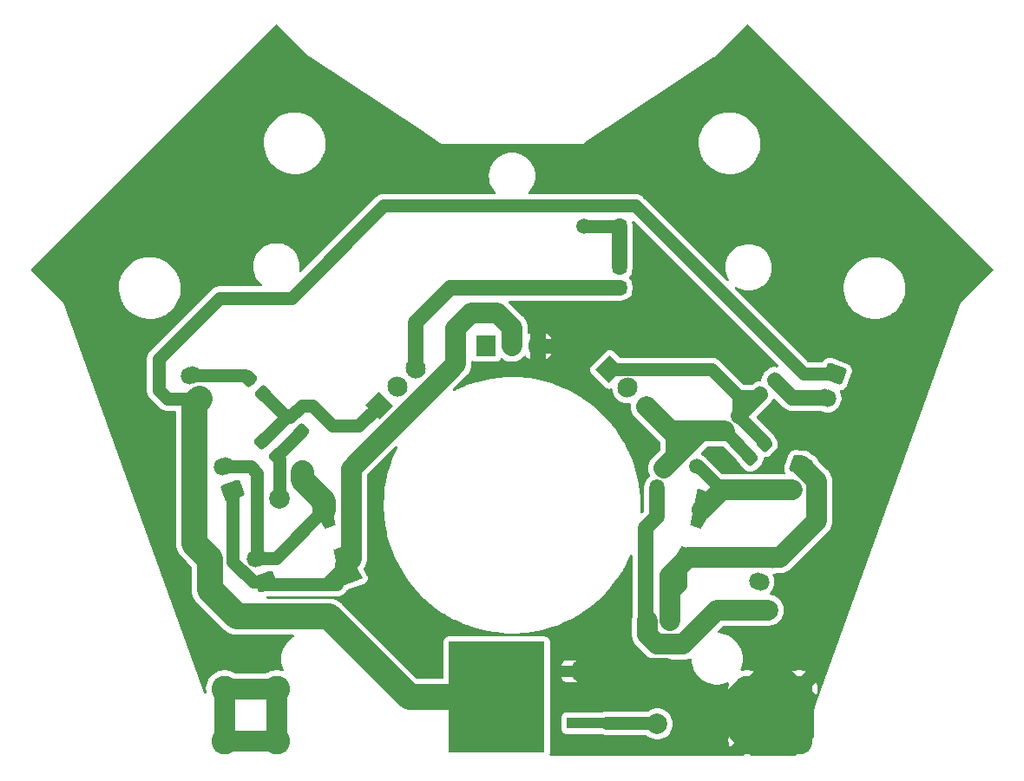
<source format=gbr>
%TF.GenerationSoftware,KiCad,Pcbnew,(6.0.4)*%
%TF.CreationDate,2022-10-09T11:32:06+02:00*%
%TF.ProjectId,V8_controller1.0,56385f63-6f6e-4747-926f-6c6c6572312e,rev?*%
%TF.SameCoordinates,Original*%
%TF.FileFunction,Copper,L1,Top*%
%TF.FilePolarity,Positive*%
%FSLAX46Y46*%
G04 Gerber Fmt 4.6, Leading zero omitted, Abs format (unit mm)*
G04 Created by KiCad (PCBNEW (6.0.4)) date 2022-10-09 11:32:06*
%MOMM*%
%LPD*%
G01*
G04 APERTURE LIST*
G04 Aperture macros list*
%AMRoundRect*
0 Rectangle with rounded corners*
0 $1 Rounding radius*
0 $2 $3 $4 $5 $6 $7 $8 $9 X,Y pos of 4 corners*
0 Add a 4 corners polygon primitive as box body*
4,1,4,$2,$3,$4,$5,$6,$7,$8,$9,$2,$3,0*
0 Add four circle primitives for the rounded corners*
1,1,$1+$1,$2,$3*
1,1,$1+$1,$4,$5*
1,1,$1+$1,$6,$7*
1,1,$1+$1,$8,$9*
0 Add four rect primitives between the rounded corners*
20,1,$1+$1,$2,$3,$4,$5,0*
20,1,$1+$1,$4,$5,$6,$7,0*
20,1,$1+$1,$6,$7,$8,$9,0*
20,1,$1+$1,$8,$9,$2,$3,0*%
%AMHorizOval*
0 Thick line with rounded ends*
0 $1 width*
0 $2 $3 position (X,Y) of the first rounded end (center of the circle)*
0 $4 $5 position (X,Y) of the second rounded end (center of the circle)*
0 Add line between two ends*
20,1,$1,$2,$3,$4,$5,0*
0 Add two circle primitives to create the rounded ends*
1,1,$1,$2,$3*
1,1,$1,$4,$5*%
%AMRotRect*
0 Rectangle, with rotation*
0 The origin of the aperture is its center*
0 $1 length*
0 $2 width*
0 $3 Rotation angle, in degrees counterclockwise*
0 Add horizontal line*
21,1,$1,$2,0,0,$3*%
%AMOutline4P*
0 Free polygon, 4 corners , with rotation*
0 The origin of the aperture is its center*
0 number of corners: always 4*
0 $1 to $8 corner X, Y*
0 $9 Rotation angle, in degrees counterclockwise*
0 create outline with 4 corners*
4,1,4,$1,$2,$3,$4,$5,$6,$7,$8,$1,$2,$9*%
G04 Aperture macros list end*
%TA.AperFunction,ComponentPad*%
%ADD10C,2.600000*%
%TD*%
%TA.AperFunction,SMDPad,CuDef*%
%ADD11RoundRect,0.250000X-0.350000X-0.450000X0.350000X-0.450000X0.350000X0.450000X-0.350000X0.450000X0*%
%TD*%
%TA.AperFunction,SMDPad,CuDef*%
%ADD12Outline4P,-1.800000X-1.150000X1.800000X-0.550000X1.800000X0.550000X-1.800000X1.150000X291.000000*%
%TD*%
%TA.AperFunction,SMDPad,CuDef*%
%ADD13Outline4P,-1.800000X-1.150000X1.800000X-0.550000X1.800000X0.550000X-1.800000X1.150000X111.000000*%
%TD*%
%TA.AperFunction,ComponentPad*%
%ADD14RotRect,1.905000X2.000000X45.000000*%
%TD*%
%TA.AperFunction,ComponentPad*%
%ADD15HorizOval,1.905000X-0.033588X0.033588X0.033588X-0.033588X0*%
%TD*%
%TA.AperFunction,SMDPad,CuDef*%
%ADD16Outline4P,-1.800000X-1.150000X1.800000X-0.550000X1.800000X0.550000X-1.800000X1.150000X249.000000*%
%TD*%
%TA.AperFunction,SMDPad,CuDef*%
%ADD17Outline4P,-1.800000X-1.150000X1.800000X-0.550000X1.800000X0.550000X-1.800000X1.150000X69.000000*%
%TD*%
%TA.AperFunction,SMDPad,CuDef*%
%ADD18RoundRect,0.250000X-0.565685X-0.070711X-0.070711X-0.565685X0.565685X0.070711X0.070711X0.565685X0*%
%TD*%
%TA.AperFunction,SMDPad,CuDef*%
%ADD19RoundRect,0.250000X-0.070711X0.565685X-0.565685X0.070711X0.070711X-0.565685X0.565685X-0.070711X0*%
%TD*%
%TA.AperFunction,ComponentPad*%
%ADD20RoundRect,0.250000X0.909982X-0.307300X0.499557X0.820331X-0.909982X0.307300X-0.499557X-0.820331X0*%
%TD*%
%TA.AperFunction,ComponentPad*%
%ADD21HorizOval,1.700000X0.140954X0.051303X-0.140954X-0.051303X0*%
%TD*%
%TA.AperFunction,ComponentPad*%
%ADD22RoundRect,0.250000X-0.499557X0.820331X-0.909982X-0.307300X0.499557X-0.820331X0.909982X0.307300X0*%
%TD*%
%TA.AperFunction,ComponentPad*%
%ADD23HorizOval,1.700000X-0.140954X0.051303X0.140954X-0.051303X0*%
%TD*%
%TA.AperFunction,ComponentPad*%
%ADD24R,1.905000X2.000000*%
%TD*%
%TA.AperFunction,ComponentPad*%
%ADD25O,1.905000X2.000000*%
%TD*%
%TA.AperFunction,SMDPad,CuDef*%
%ADD26RoundRect,0.250000X0.450000X-0.350000X0.450000X0.350000X-0.450000X0.350000X-0.450000X-0.350000X0*%
%TD*%
%TA.AperFunction,ComponentPad*%
%ADD27C,1.400000*%
%TD*%
%TA.AperFunction,ComponentPad*%
%ADD28HorizOval,1.400000X0.000000X0.000000X0.000000X0.000000X0*%
%TD*%
%TA.AperFunction,ComponentPad*%
%ADD29RotRect,1.905000X2.000000X315.000000*%
%TD*%
%TA.AperFunction,ComponentPad*%
%ADD30HorizOval,1.905000X-0.033588X-0.033588X0.033588X0.033588X0*%
%TD*%
%TA.AperFunction,SMDPad,CuDef*%
%ADD31R,4.600000X1.100000*%
%TD*%
%TA.AperFunction,SMDPad,CuDef*%
%ADD32R,9.400000X10.800000*%
%TD*%
%TA.AperFunction,ViaPad*%
%ADD33C,2.000000*%
%TD*%
%TA.AperFunction,ViaPad*%
%ADD34C,1.500000*%
%TD*%
%TA.AperFunction,Conductor*%
%ADD35C,1.250000*%
%TD*%
%TA.AperFunction,Conductor*%
%ADD36C,1.500000*%
%TD*%
%TA.AperFunction,Conductor*%
%ADD37C,2.000000*%
%TD*%
%TA.AperFunction,Conductor*%
%ADD38C,2.500000*%
%TD*%
%TA.AperFunction,Conductor*%
%ADD39C,2.250000*%
%TD*%
G04 APERTURE END LIST*
D10*
%TO.P,J1,1,Pin_1*%
%TO.N,VCC*%
X122920000Y-123259485D03*
X122920000Y-118179485D03*
X128000000Y-123259485D03*
X128000000Y-118179485D03*
%TD*%
%TO.P,J2,1,Pin_1*%
%TO.N,GNDREF*%
X71954299Y-123259485D03*
X77034299Y-118179485D03*
X71954299Y-118179485D03*
X77034299Y-123259485D03*
%TD*%
D11*
%TO.P,R1_3,1*%
%TO.N,Net-(R1_3-Pad1)*%
X113416198Y-111500429D03*
%TO.P,R1_3,2*%
%TO.N,Vdrive*%
X115416198Y-111500429D03*
%TD*%
D12*
%TO.P,D2,1,A*%
%TO.N,Net-(D2-Pad1)*%
X81620733Y-100722617D03*
D13*
%TO.P,D2,2,K*%
%TO.N,Vdrive*%
X83699267Y-106137383D03*
%TD*%
D14*
%TO.P,Q2,1,G*%
%TO.N,Net-(C2-Pad1)*%
X87000000Y-90500000D03*
D15*
%TO.P,Q2,2,D*%
%TO.N,Net-(D2-Pad1)*%
X88796051Y-88703949D03*
%TO.P,Q2,3,S*%
%TO.N,GNDREF*%
X90592102Y-86907898D03*
%TD*%
D16*
%TO.P,D1,1,A*%
%TO.N,Net-(D1-Pad1)*%
X118539267Y-100662617D03*
D17*
%TO.P,D1,2,K*%
%TO.N,Vdrive*%
X116460733Y-106077383D03*
%TD*%
D18*
%TO.P,R2,1*%
%TO.N,Net-(C2-Pad1)*%
X78017931Y-91644101D03*
%TO.P,R2,2*%
%TO.N,GNDREF*%
X79432145Y-93058315D03*
%TD*%
D19*
%TO.P,C1,1*%
%TO.N,Net-(C1-Pad1)*%
X124617107Y-94232893D03*
%TO.P,C1,2*%
%TO.N,GNDREF*%
X123202893Y-95647107D03*
%TD*%
%TO.P,R1_SW1,1*%
%TO.N,Net-(R1_SW1-Pad1)*%
X125647107Y-88052893D03*
%TO.P,R1_SW1,2*%
%TO.N,Net-(C1-Pad1)*%
X124232893Y-89467107D03*
%TD*%
D20*
%TO.P,L2_2,1,1*%
%TO.N,Vdrive*%
X75980726Y-107745364D03*
D21*
%TO.P,L2_2,2,2*%
%TO.N,Net-(D2-Pad1)*%
X75125676Y-105396132D03*
%TD*%
D22*
%TO.P,L1_1,1,1*%
%TO.N,Vdrive*%
X128218033Y-96410198D03*
D23*
%TO.P,L1_1,2,2*%
%TO.N,Net-(D1-Pad1)*%
X127362983Y-98759430D03*
%TD*%
D24*
%TO.P,U1_2,1,ADJ*%
%TO.N,Net-(R1_3-Pad1)*%
X97460000Y-84730000D03*
D25*
%TO.P,U1_2,2,VO*%
%TO.N,Vdrive*%
X100000000Y-84730000D03*
%TO.P,U1_2,3,VI*%
%TO.N,VCC*%
X102540000Y-84730000D03*
%TD*%
D26*
%TO.P,R3_2,1*%
%TO.N,GNDREF*%
X110500000Y-79000000D03*
%TO.P,R3_2,2*%
%TO.N,Net-(R3_1-Pad1)*%
X110500000Y-77000000D03*
%TD*%
D27*
%TO.P,R1_VAR1,1*%
%TO.N,GNDREF*%
X114809528Y-96649578D03*
D28*
%TO.P,R1_VAR1,2*%
%TO.N,Net-(R1_3-Pad1)*%
X114159690Y-98434994D03*
%TD*%
D20*
%TO.P,SW2,1,A*%
%TO.N,VCOM*%
X69482343Y-89891204D03*
D21*
%TO.P,SW2,2,B*%
%TO.N,Net-(R2_SW1-Pad1)*%
X68627293Y-87541972D03*
%TD*%
D18*
%TO.P,R2_SW1,1*%
%TO.N,Net-(R2_SW1-Pad1)*%
X74310824Y-87936994D03*
%TO.P,R2_SW1,2*%
%TO.N,Net-(C2-Pad1)*%
X75725038Y-89351208D03*
%TD*%
D29*
%TO.P,Q1,1,G*%
%TO.N,Net-(C1-Pad1)*%
X109500000Y-87000000D03*
D30*
%TO.P,Q1,2,D*%
%TO.N,Net-(D1-Pad1)*%
X111296051Y-88796051D03*
%TO.P,Q1,3,S*%
%TO.N,GNDREF*%
X113092102Y-90592102D03*
%TD*%
D18*
%TO.P,C2,1*%
%TO.N,Net-(C2-Pad1)*%
X75600271Y-94039090D03*
%TO.P,C2,2*%
%TO.N,GNDREF*%
X77014485Y-95453304D03*
%TD*%
D20*
%TO.P,L2_1,1,1*%
%TO.N,Vdrive*%
X72731534Y-98818284D03*
D21*
%TO.P,L2_1,2,2*%
%TO.N,Net-(D2-Pad1)*%
X71876484Y-96469052D03*
%TD*%
D31*
%TO.P,U3,1,ADJ*%
%TO.N,Net-(R3_1-Pad1)*%
X107650000Y-121540000D03*
D32*
%TO.P,U3,2,VO*%
%TO.N,VCOM*%
X98500000Y-119000000D03*
D31*
%TO.P,U3,3,VI*%
%TO.N,VCC*%
X107650000Y-116460000D03*
%TD*%
D22*
%TO.P,SW1,1,A*%
%TO.N,VCOM*%
X131484325Y-87436132D03*
D23*
%TO.P,SW1,2,B*%
%TO.N,Net-(R1_SW1-Pad1)*%
X130629275Y-89785364D03*
%TD*%
D22*
%TO.P,L1_2,1,1*%
%TO.N,Vdrive*%
X124951741Y-105384262D03*
D23*
%TO.P,L1_2,2,2*%
%TO.N,Net-(D1-Pad1)*%
X124096691Y-107733494D03*
%TD*%
D19*
%TO.P,R1,1*%
%TO.N,Net-(C1-Pad1)*%
X122117107Y-91582893D03*
%TO.P,R1,2*%
%TO.N,GNDREF*%
X120702893Y-92997107D03*
%TD*%
D26*
%TO.P,R3_1,1*%
%TO.N,Net-(R3_1-Pad1)*%
X110500000Y-73000000D03*
%TO.P,R3_1,2*%
%TO.N,VCOM*%
X110500000Y-71000000D03*
%TD*%
D33*
%TO.N,GNDREF*%
X77301168Y-99589168D03*
D34*
%TO.N,Net-(D1-Pad1)*%
X118000000Y-96500000D03*
D33*
%TO.N,Net-(D2-Pad1)*%
X79500000Y-97000000D03*
%TO.N,Net-(R1_3-Pad1)*%
X125000000Y-110500000D03*
D34*
%TO.N,Net-(R3_1-Pad1)*%
X107000000Y-73000000D03*
D33*
X114169825Y-121612854D03*
%TD*%
D35*
%TO.N,Net-(C1-Pad1)*%
X122117107Y-91582893D02*
X122117107Y-89617107D01*
X124232893Y-89467107D02*
X124082893Y-89617107D01*
X122117107Y-89617107D02*
X119485443Y-86985443D01*
X124082893Y-89617107D02*
X122117107Y-89617107D01*
X109514557Y-86985443D02*
X109500000Y-87000000D01*
D36*
X124232893Y-89467107D02*
X122117107Y-91582893D01*
D35*
X119485443Y-86985443D02*
X109514557Y-86985443D01*
X124617107Y-94232893D02*
X124617107Y-94082893D01*
X124617107Y-94082893D02*
X122117107Y-91582893D01*
D36*
%TO.N,GNDREF*%
X90592102Y-82407898D02*
X94000000Y-79000000D01*
D37*
X118461999Y-92997107D02*
X114809528Y-96649578D01*
D35*
X77014485Y-95453304D02*
X77037156Y-95453304D01*
D37*
X118459106Y-93000000D02*
X118461999Y-92997107D01*
X77034299Y-118179485D02*
X77034299Y-123259485D01*
X115500000Y-93000000D02*
X118459106Y-93000000D01*
X71954299Y-123259485D02*
X71954299Y-118179485D01*
D35*
X77037156Y-95453304D02*
X79432145Y-93058315D01*
X77301168Y-95739987D02*
X77014485Y-95453304D01*
D37*
X116000000Y-95459106D02*
X116000000Y-93000000D01*
X113092102Y-90592102D02*
X115500000Y-93000000D01*
D35*
X123202893Y-95497107D02*
X120702893Y-92997107D01*
D37*
X114809528Y-96649578D02*
X116000000Y-95459106D01*
X120702893Y-92997107D02*
X118461999Y-92997107D01*
X71954299Y-123259485D02*
X77034299Y-123259485D01*
D35*
X77301168Y-99589168D02*
X77301168Y-95739987D01*
D36*
X90592102Y-86907898D02*
X90592102Y-82407898D01*
X94000000Y-79000000D02*
X110500000Y-79000000D01*
D37*
X71954299Y-118179485D02*
X77034299Y-118179485D01*
D35*
X123202893Y-95647107D02*
X123202893Y-95497107D01*
%TO.N,Net-(D1-Pad1)*%
X118183024Y-96500000D02*
X120442454Y-98759430D01*
D37*
X118539267Y-100662617D02*
X120442454Y-98759430D01*
X120442454Y-98759430D02*
X122240570Y-98759430D01*
D35*
X118000000Y-96500000D02*
X118183024Y-96500000D01*
D37*
X122240570Y-98759430D02*
X127362983Y-98759430D01*
D38*
%TO.N,VCC*%
X119000000Y-120500000D02*
X114960000Y-116460000D01*
D37*
X122920000Y-121920000D02*
X122920000Y-118179485D01*
D38*
X114960000Y-116460000D02*
X107000000Y-116460000D01*
D37*
X121887218Y-122226703D02*
X121887218Y-120670501D01*
X128000000Y-118179485D02*
X128000000Y-123259485D01*
X122920000Y-123259485D02*
X121887218Y-122226703D01*
D38*
X122920000Y-118179485D02*
X120599485Y-120500000D01*
D37*
X128000000Y-118179485D02*
X122920000Y-118179485D01*
X122920000Y-123259485D02*
X128000000Y-123259485D01*
X122920000Y-118179485D02*
X121620000Y-119479485D01*
D38*
X120599485Y-120500000D02*
X119000000Y-120500000D01*
D36*
%TO.N,Net-(R1_SW1-Pad1)*%
X127379578Y-89785364D02*
X125647107Y-88052893D01*
X130629275Y-89785364D02*
X127379578Y-89785364D01*
D35*
%TO.N,Net-(C2-Pad1)*%
X80500000Y-90500000D02*
X82500000Y-92500000D01*
X85000000Y-92500000D02*
X87000000Y-90500000D01*
X79500000Y-90500000D02*
X80500000Y-90500000D01*
X75600271Y-94039090D02*
X75622942Y-94039090D01*
X78017931Y-91644101D02*
X78355899Y-91644101D01*
X78017931Y-91644101D02*
X75725038Y-89351208D01*
X78355899Y-91644101D02*
X79500000Y-90500000D01*
X82500000Y-92500000D02*
X85000000Y-92500000D01*
X75622942Y-94039090D02*
X78017931Y-91644101D01*
D37*
%TO.N,Vdrive*%
X96000000Y-81500000D02*
X98581522Y-81500000D01*
D35*
X83699267Y-106137383D02*
X81836650Y-108000000D01*
D37*
X84311740Y-96688260D02*
X94500000Y-86500000D01*
D35*
X115416198Y-107583802D02*
X115500000Y-107500000D01*
D37*
X94500000Y-86500000D02*
X94500000Y-83000000D01*
D35*
X115416198Y-109083802D02*
X115416198Y-107583802D01*
X81836650Y-108000000D02*
X76235362Y-108000000D01*
D37*
X98581522Y-81500000D02*
X100000000Y-82918478D01*
X126115738Y-105384262D02*
X124951741Y-105384262D01*
X115416198Y-111500429D02*
X115416198Y-107121918D01*
X94500000Y-83000000D02*
X96000000Y-81500000D01*
X84311740Y-105524910D02*
X84311740Y-96688260D01*
X128218033Y-96410198D02*
X129720210Y-97912375D01*
D35*
X72731534Y-98818284D02*
X72731534Y-105755050D01*
D37*
X83699267Y-106137383D02*
X84311740Y-105524910D01*
X129720210Y-101779790D02*
X126115738Y-105384262D01*
D35*
X81836650Y-108000000D02*
X82878568Y-108000000D01*
X116460733Y-106077383D02*
X116460733Y-108039267D01*
D37*
X117153854Y-105384262D02*
X124951741Y-105384262D01*
X116460733Y-106077383D02*
X117153854Y-105384262D01*
D35*
X76235362Y-108000000D02*
X75980726Y-107745364D01*
D37*
X100000000Y-82918478D02*
X100000000Y-84730000D01*
D35*
X72731534Y-105755050D02*
X74721848Y-107745364D01*
X74721848Y-107745364D02*
X75980726Y-107745364D01*
D37*
X115416198Y-107121918D02*
X116460733Y-106077383D01*
D35*
X116460733Y-108039267D02*
X115416198Y-109083802D01*
X115416198Y-111500429D02*
X115416198Y-109083802D01*
D37*
X129720210Y-97912375D02*
X129720210Y-101779790D01*
D39*
%TO.N,Net-(D2-Pad1)*%
X79500000Y-97697304D02*
X79500000Y-97000000D01*
D35*
X74469052Y-96469052D02*
X75125676Y-97125676D01*
D39*
X81620733Y-99818037D02*
X79500000Y-97697304D01*
D35*
X75125676Y-105396132D02*
X76947218Y-105396132D01*
X76947218Y-105396132D02*
X81620733Y-100722617D01*
X75125676Y-97125676D02*
X75125676Y-105396132D01*
X71876484Y-96469052D02*
X74469052Y-96469052D01*
D39*
X81620733Y-100722617D02*
X81620733Y-99818037D01*
D36*
%TO.N,Net-(R1_3-Pad1)*%
X114159690Y-101340310D02*
X114159690Y-98599098D01*
X113000000Y-111084231D02*
X113000000Y-102500000D01*
D37*
X113216678Y-112897106D02*
X113216678Y-111500429D01*
X125000000Y-110500000D02*
X120000000Y-110500000D01*
D35*
X114159690Y-98434994D02*
X114159690Y-101340310D01*
D37*
X114170582Y-113851010D02*
X113216678Y-112897106D01*
X116648990Y-113851010D02*
X114170582Y-113851010D01*
X120000000Y-110500000D02*
X116648990Y-113851010D01*
D36*
X114159690Y-101340310D02*
X113000000Y-102500000D01*
X113416198Y-111500429D02*
X113000000Y-111084231D01*
D35*
%TO.N,Net-(R2_SW1-Pad1)*%
X68627293Y-87541972D02*
X73915802Y-87541972D01*
X73915802Y-87541972D02*
X74310824Y-87936994D01*
%TO.N,VCOM*%
X71500000Y-80000000D02*
X78500000Y-80000000D01*
X69482343Y-89891204D02*
X66391204Y-89891204D01*
X65500000Y-86000000D02*
X71500000Y-80000000D01*
X112000000Y-71000000D02*
X128436132Y-87436132D01*
X78500000Y-80000000D02*
X87500000Y-71000000D01*
D38*
X100075000Y-119000000D02*
X90000000Y-119000000D01*
X70500000Y-105500000D02*
X69000000Y-104000000D01*
D35*
X66391204Y-89891204D02*
X65500000Y-89000000D01*
D38*
X73145480Y-111145480D02*
X70500000Y-108500000D01*
D35*
X65500000Y-89000000D02*
X65500000Y-86000000D01*
D38*
X70500000Y-108500000D02*
X70500000Y-105500000D01*
X82145480Y-111145480D02*
X73145480Y-111145480D01*
X69000000Y-90373547D02*
X69482343Y-89891204D01*
X69000000Y-104000000D02*
X69000000Y-90373547D01*
X90000000Y-119000000D02*
X82145480Y-111145480D01*
D35*
X128436132Y-87436132D02*
X131484325Y-87436132D01*
X87500000Y-71000000D02*
X112000000Y-71000000D01*
D36*
%TO.N,Net-(R3_1-Pad1)*%
X110500000Y-77000000D02*
X110500000Y-73000000D01*
D35*
X110500000Y-73000000D02*
X107000000Y-73000000D01*
X109225000Y-121540000D02*
X114096971Y-121540000D01*
X114096971Y-121540000D02*
X114169825Y-121612854D01*
%TD*%
%TA.AperFunction,Conductor*%
%TO.N,VCC*%
G36*
X123025002Y-53308303D02*
G01*
X123070065Y-53337264D01*
X146921486Y-77188685D01*
X146955512Y-77250997D01*
X146950447Y-77321812D01*
X146921486Y-77366875D01*
X143886225Y-80402136D01*
X143885933Y-80402389D01*
X143885656Y-80402541D01*
X143884998Y-80403201D01*
X143884995Y-80403203D01*
X143789106Y-80499290D01*
X143789103Y-80499293D01*
X143782767Y-80505643D01*
X143778464Y-80513522D01*
X143769685Y-80529596D01*
X143759927Y-80544768D01*
X143743558Y-80566609D01*
X143738323Y-80580575D01*
X143731294Y-80599325D01*
X143730347Y-80601624D01*
X143729122Y-80603867D01*
X143718136Y-80634399D01*
X143717642Y-80635742D01*
X143692429Y-80702998D01*
X143692214Y-80705888D01*
X143691422Y-80708635D01*
X129577285Y-119931648D01*
X129531733Y-120058236D01*
X129527230Y-120069122D01*
X129508719Y-120108550D01*
X129507338Y-120117419D01*
X129499892Y-120165239D01*
X129498800Y-120171277D01*
X129489035Y-120218675D01*
X129489035Y-120218680D01*
X129487224Y-120227469D01*
X129487953Y-120236414D01*
X129491084Y-120274831D01*
X129491500Y-120285066D01*
X129491500Y-122776455D01*
X129471498Y-122844576D01*
X129454595Y-122865550D01*
X127606800Y-124713345D01*
X127544488Y-124747371D01*
X127517705Y-124750250D01*
X123402295Y-124750250D01*
X123334174Y-124730248D01*
X123313200Y-124713345D01*
X122932812Y-124332957D01*
X122918868Y-124325343D01*
X122917035Y-124325474D01*
X122910420Y-124329725D01*
X122526800Y-124713345D01*
X122464488Y-124747371D01*
X122437705Y-124750250D01*
X103793596Y-124750250D01*
X103725475Y-124730248D01*
X103678982Y-124676592D01*
X103668878Y-124606318D01*
X103675614Y-124580020D01*
X103698971Y-124517715D01*
X103701745Y-124510316D01*
X103708500Y-124448134D01*
X103708500Y-123216696D01*
X121107775Y-123216696D01*
X121120220Y-123475773D01*
X121121356Y-123485028D01*
X121171961Y-123739430D01*
X121174449Y-123748402D01*
X121220100Y-123875551D01*
X121228412Y-123886945D01*
X121232724Y-123886062D01*
X121232873Y-123885952D01*
X121846528Y-123272297D01*
X121852906Y-123260617D01*
X123985858Y-123260617D01*
X123985989Y-123262450D01*
X123990240Y-123269065D01*
X124603785Y-123882610D01*
X124616165Y-123889370D01*
X124620930Y-123885803D01*
X124621806Y-123883857D01*
X124624998Y-123875088D01*
X124695402Y-123625457D01*
X124697262Y-123616315D01*
X124730187Y-123357504D01*
X124730668Y-123351218D01*
X124732987Y-123262645D01*
X124732836Y-123256336D01*
X124729890Y-123216696D01*
X126187775Y-123216696D01*
X126200220Y-123475773D01*
X126201356Y-123485028D01*
X126251961Y-123739430D01*
X126254449Y-123748402D01*
X126300100Y-123875551D01*
X126308412Y-123886945D01*
X126312724Y-123886062D01*
X126312873Y-123885952D01*
X126926528Y-123272297D01*
X126934142Y-123258353D01*
X126934011Y-123256520D01*
X126929760Y-123249905D01*
X126318081Y-122638226D01*
X126305701Y-122631466D01*
X126301372Y-122634706D01*
X126282428Y-122679884D01*
X126279473Y-122688718D01*
X126215628Y-122940110D01*
X126214006Y-122949307D01*
X126188020Y-123207370D01*
X126187775Y-123216696D01*
X124729890Y-123216696D01*
X124713501Y-122996148D01*
X124712125Y-122986942D01*
X124654878Y-122733952D01*
X124652154Y-122725041D01*
X124620347Y-122643248D01*
X124611740Y-122632077D01*
X124606958Y-122633187D01*
X123993472Y-123246673D01*
X123985858Y-123260617D01*
X121852906Y-123260617D01*
X121854142Y-123258353D01*
X121854011Y-123256520D01*
X121849760Y-123249905D01*
X121238081Y-122638226D01*
X121225701Y-122631466D01*
X121221372Y-122634706D01*
X121202428Y-122679884D01*
X121199473Y-122688718D01*
X121135628Y-122940110D01*
X121134006Y-122949307D01*
X121108020Y-123207370D01*
X121107775Y-123216696D01*
X103708500Y-123216696D01*
X103708500Y-122138134D01*
X104841500Y-122138134D01*
X104848255Y-122200316D01*
X104899385Y-122336705D01*
X104986739Y-122453261D01*
X105103295Y-122540615D01*
X105239684Y-122591745D01*
X105301866Y-122598500D01*
X108794626Y-122598500D01*
X108841725Y-122607634D01*
X108896040Y-122629524D01*
X108896043Y-122629525D01*
X108901604Y-122631766D01*
X108907485Y-122632914D01*
X108907490Y-122632916D01*
X109109441Y-122672354D01*
X109109444Y-122672354D01*
X109113887Y-122673222D01*
X109119571Y-122673500D01*
X113042456Y-122673500D01*
X113110577Y-122693502D01*
X113124286Y-122703689D01*
X113280409Y-122837030D01*
X113284617Y-122839609D01*
X113284623Y-122839613D01*
X113448619Y-122940110D01*
X113482862Y-122961094D01*
X113487432Y-122962987D01*
X113487436Y-122962989D01*
X113567490Y-122996148D01*
X113702231Y-123051959D01*
X113782434Y-123071214D01*
X113928301Y-123106234D01*
X113928307Y-123106235D01*
X113933114Y-123107389D01*
X114169825Y-123126019D01*
X114406536Y-123107389D01*
X114411343Y-123106235D01*
X114411349Y-123106234D01*
X114557216Y-123071214D01*
X114637419Y-123051959D01*
X114772160Y-122996148D01*
X114852214Y-122962989D01*
X114852218Y-122962987D01*
X114856788Y-122961094D01*
X114891031Y-122940110D01*
X115055027Y-122839613D01*
X115055033Y-122839609D01*
X115059241Y-122837030D01*
X115239794Y-122682823D01*
X115394001Y-122502270D01*
X115396580Y-122498062D01*
X115396584Y-122498056D01*
X115515479Y-122304037D01*
X115518065Y-122299817D01*
X115524981Y-122283122D01*
X115607036Y-122085021D01*
X115607037Y-122085019D01*
X115608930Y-122080448D01*
X115664360Y-121849565D01*
X115682990Y-121612854D01*
X115679126Y-121563754D01*
X122289070Y-121563754D01*
X122290825Y-121569650D01*
X122907188Y-122186013D01*
X122921132Y-122193627D01*
X122922965Y-122193496D01*
X122929580Y-122189245D01*
X123541835Y-121576990D01*
X123548595Y-121564610D01*
X123547954Y-121563754D01*
X127369070Y-121563754D01*
X127370825Y-121569650D01*
X127987188Y-122186013D01*
X128001132Y-122193627D01*
X128002965Y-122193496D01*
X128009580Y-122189245D01*
X128621835Y-121576990D01*
X128628595Y-121564610D01*
X128626649Y-121562011D01*
X128624641Y-121560975D01*
X128427703Y-121497935D01*
X128418643Y-121495759D01*
X128162630Y-121454065D01*
X128153343Y-121453253D01*
X127893992Y-121449858D01*
X127884681Y-121450428D01*
X127627682Y-121485404D01*
X127618546Y-121487345D01*
X127375418Y-121558211D01*
X127369070Y-121563754D01*
X123547954Y-121563754D01*
X123546649Y-121562011D01*
X123544641Y-121560975D01*
X123347703Y-121497935D01*
X123338643Y-121495759D01*
X123082630Y-121454065D01*
X123073343Y-121453253D01*
X122813992Y-121449858D01*
X122804681Y-121450428D01*
X122547682Y-121485404D01*
X122538546Y-121487345D01*
X122295418Y-121558211D01*
X122289070Y-121563754D01*
X115679126Y-121563754D01*
X115664360Y-121376143D01*
X115608930Y-121145260D01*
X115607036Y-121140687D01*
X115519960Y-120930465D01*
X115519958Y-120930461D01*
X115518065Y-120925891D01*
X115494563Y-120887540D01*
X115396584Y-120727652D01*
X115396580Y-120727646D01*
X115394001Y-120723438D01*
X115239794Y-120542885D01*
X115059241Y-120388678D01*
X115055033Y-120386099D01*
X115055027Y-120386095D01*
X114861008Y-120267200D01*
X114856788Y-120264614D01*
X114852218Y-120262721D01*
X114852214Y-120262719D01*
X114641992Y-120175643D01*
X114641990Y-120175642D01*
X114637419Y-120173749D01*
X114557216Y-120154494D01*
X114411349Y-120119474D01*
X114411343Y-120119473D01*
X114406536Y-120118319D01*
X114169825Y-120099689D01*
X113933114Y-120118319D01*
X113928307Y-120119473D01*
X113928301Y-120119474D01*
X113782434Y-120154494D01*
X113702231Y-120173749D01*
X113697660Y-120175642D01*
X113697658Y-120175643D01*
X113487436Y-120262719D01*
X113487432Y-120262721D01*
X113482862Y-120264614D01*
X113478643Y-120267199D01*
X113478632Y-120267205D01*
X113281625Y-120387932D01*
X113215790Y-120406500D01*
X109170959Y-120406500D01*
X109009685Y-120421887D01*
X109003931Y-120423575D01*
X108823850Y-120476405D01*
X108788380Y-120481500D01*
X105301866Y-120481500D01*
X105239684Y-120488255D01*
X105103295Y-120539385D01*
X104986739Y-120626739D01*
X104899385Y-120743295D01*
X104848255Y-120879684D01*
X104841500Y-120941866D01*
X104841500Y-122138134D01*
X103708500Y-122138134D01*
X103708500Y-119873046D01*
X122292719Y-119873046D01*
X122295184Y-119876338D01*
X122295805Y-119876669D01*
X122446327Y-119929234D01*
X122455336Y-119931648D01*
X122710166Y-119980029D01*
X122719423Y-119981083D01*
X122978607Y-119991268D01*
X122987921Y-119990942D01*
X123245753Y-119962705D01*
X123254930Y-119961004D01*
X123505755Y-119894967D01*
X123514574Y-119891930D01*
X123537946Y-119881889D01*
X123548630Y-119873046D01*
X127372719Y-119873046D01*
X127375184Y-119876338D01*
X127375805Y-119876669D01*
X127526327Y-119929234D01*
X127535336Y-119931648D01*
X127790166Y-119980029D01*
X127799423Y-119981083D01*
X128058607Y-119991268D01*
X128067921Y-119990942D01*
X128325753Y-119962705D01*
X128334930Y-119961004D01*
X128585755Y-119894967D01*
X128594574Y-119891930D01*
X128617946Y-119881889D01*
X128628811Y-119872896D01*
X128627359Y-119867504D01*
X128012812Y-119252957D01*
X127998868Y-119245343D01*
X127997035Y-119245474D01*
X127990420Y-119249725D01*
X127379479Y-119860666D01*
X127372719Y-119873046D01*
X123548630Y-119873046D01*
X123548811Y-119872896D01*
X123547359Y-119867504D01*
X122932812Y-119252957D01*
X122918868Y-119245343D01*
X122917035Y-119245474D01*
X122910420Y-119249725D01*
X122299479Y-119860666D01*
X122292719Y-119873046D01*
X103708500Y-119873046D01*
X103708500Y-117054669D01*
X104842001Y-117054669D01*
X104842371Y-117061490D01*
X104847895Y-117112352D01*
X104851521Y-117127604D01*
X104896676Y-117248054D01*
X104905214Y-117263649D01*
X104981715Y-117365724D01*
X104994276Y-117378285D01*
X105096351Y-117454786D01*
X105111946Y-117463324D01*
X105232394Y-117508478D01*
X105247649Y-117512105D01*
X105298514Y-117517631D01*
X105305328Y-117518000D01*
X107081885Y-117518000D01*
X107097124Y-117513525D01*
X107098329Y-117512135D01*
X107100000Y-117504452D01*
X107100000Y-117499884D01*
X108200000Y-117499884D01*
X108204475Y-117515123D01*
X108205865Y-117516328D01*
X108213548Y-117517999D01*
X109994669Y-117517999D01*
X110001490Y-117517629D01*
X110052352Y-117512105D01*
X110067604Y-117508479D01*
X110188054Y-117463324D01*
X110203649Y-117454786D01*
X110305724Y-117378285D01*
X110318285Y-117365724D01*
X110394786Y-117263649D01*
X110403324Y-117248054D01*
X110448478Y-117127606D01*
X110452105Y-117112351D01*
X110457631Y-117061486D01*
X110458000Y-117054672D01*
X110458000Y-117028115D01*
X110453525Y-117012876D01*
X110452135Y-117011671D01*
X110444452Y-117010000D01*
X108218115Y-117010000D01*
X108202876Y-117014475D01*
X108201671Y-117015865D01*
X108200000Y-117023548D01*
X108200000Y-117499884D01*
X107100000Y-117499884D01*
X107100000Y-117028115D01*
X107095525Y-117012876D01*
X107094135Y-117011671D01*
X107086452Y-117010000D01*
X104860116Y-117010000D01*
X104844877Y-117014475D01*
X104843672Y-117015865D01*
X104842001Y-117023548D01*
X104842001Y-117054669D01*
X103708500Y-117054669D01*
X103708500Y-115891885D01*
X104842000Y-115891885D01*
X104846475Y-115907124D01*
X104847865Y-115908329D01*
X104855548Y-115910000D01*
X107081885Y-115910000D01*
X107097124Y-115905525D01*
X107098329Y-115904135D01*
X107100000Y-115896452D01*
X107100000Y-115891885D01*
X108200000Y-115891885D01*
X108204475Y-115907124D01*
X108205865Y-115908329D01*
X108213548Y-115910000D01*
X110439884Y-115910000D01*
X110455123Y-115905525D01*
X110456328Y-115904135D01*
X110457999Y-115896452D01*
X110457999Y-115865331D01*
X110457629Y-115858510D01*
X110452105Y-115807648D01*
X110448479Y-115792396D01*
X110403324Y-115671946D01*
X110394786Y-115656351D01*
X110318285Y-115554276D01*
X110305724Y-115541715D01*
X110203649Y-115465214D01*
X110188054Y-115456676D01*
X110067606Y-115411522D01*
X110052351Y-115407895D01*
X110001486Y-115402369D01*
X109994672Y-115402000D01*
X108218115Y-115402000D01*
X108202876Y-115406475D01*
X108201671Y-115407865D01*
X108200000Y-115415548D01*
X108200000Y-115891885D01*
X107100000Y-115891885D01*
X107100000Y-115420116D01*
X107095525Y-115404877D01*
X107094135Y-115403672D01*
X107086452Y-115402001D01*
X105305331Y-115402001D01*
X105298510Y-115402371D01*
X105247648Y-115407895D01*
X105232396Y-115411521D01*
X105111946Y-115456676D01*
X105096351Y-115465214D01*
X104994276Y-115541715D01*
X104981715Y-115554276D01*
X104905214Y-115656351D01*
X104896676Y-115671946D01*
X104851522Y-115792394D01*
X104847895Y-115807649D01*
X104842369Y-115858514D01*
X104842000Y-115865328D01*
X104842000Y-115891885D01*
X103708500Y-115891885D01*
X103708500Y-113551866D01*
X103701745Y-113489684D01*
X103650615Y-113353295D01*
X103563261Y-113236739D01*
X103446705Y-113149385D01*
X103310316Y-113098255D01*
X103248134Y-113091500D01*
X93751866Y-113091500D01*
X93689684Y-113098255D01*
X93553295Y-113149385D01*
X93436739Y-113236739D01*
X93349385Y-113353295D01*
X93298255Y-113489684D01*
X93291500Y-113551866D01*
X93291500Y-117115500D01*
X93271498Y-117183621D01*
X93217842Y-117230114D01*
X93165500Y-117241500D01*
X90780585Y-117241500D01*
X90712464Y-117221498D01*
X90691490Y-117204595D01*
X83427753Y-109940858D01*
X83422845Y-109935664D01*
X83373579Y-109880466D01*
X83373577Y-109880464D01*
X83370462Y-109876974D01*
X83282614Y-109803912D01*
X83280963Y-109802514D01*
X83267833Y-109791200D01*
X83194409Y-109727934D01*
X83188354Y-109724114D01*
X83175025Y-109714429D01*
X83173105Y-109712832D01*
X83173097Y-109712826D01*
X83169510Y-109709843D01*
X83138069Y-109690764D01*
X83071801Y-109650551D01*
X83069932Y-109649394D01*
X83008421Y-109610584D01*
X82973361Y-109588463D01*
X82966807Y-109585579D01*
X82952190Y-109577970D01*
X82946061Y-109574251D01*
X82840732Y-109530083D01*
X82838711Y-109529215D01*
X82798366Y-109511463D01*
X82734125Y-109483196D01*
X82729618Y-109481967D01*
X82729609Y-109481964D01*
X82727209Y-109481310D01*
X82711632Y-109475947D01*
X82705025Y-109473177D01*
X82700497Y-109472027D01*
X82700494Y-109472026D01*
X82594307Y-109445058D01*
X82592181Y-109444498D01*
X82572007Y-109438998D01*
X82481959Y-109414448D01*
X82477319Y-109413899D01*
X82477314Y-109413898D01*
X82474853Y-109413607D01*
X82458637Y-109410602D01*
X82451697Y-109408839D01*
X82402136Y-109403848D01*
X82338052Y-109397395D01*
X82335867Y-109397156D01*
X82230005Y-109384627D01*
X82206791Y-109374719D01*
X82197958Y-109380396D01*
X82166308Y-109385441D01*
X82117874Y-109386921D01*
X82114026Y-109386980D01*
X81782950Y-109386980D01*
X81773643Y-109384247D01*
X81747999Y-109386980D01*
X76259110Y-109386980D01*
X76215735Y-109374244D01*
X76193053Y-109385247D01*
X76172227Y-109386980D01*
X76156992Y-109386980D01*
X76088871Y-109366978D01*
X76042378Y-109313322D01*
X76032274Y-109243048D01*
X76061768Y-109178468D01*
X76113892Y-109142581D01*
X76117672Y-109141205D01*
X76175799Y-109134503D01*
X76187254Y-109135879D01*
X76212984Y-109146914D01*
X76223612Y-109140084D01*
X76250212Y-109135295D01*
X76271117Y-109133815D01*
X76280015Y-109133500D01*
X81730283Y-109133500D01*
X81741344Y-109134433D01*
X81741365Y-109134153D01*
X81747339Y-109134592D01*
X81753257Y-109135598D01*
X81757715Y-109135501D01*
X81763361Y-109137619D01*
X81780201Y-109135010D01*
X81806642Y-109134433D01*
X81848021Y-109133530D01*
X81850769Y-109133500D01*
X82162460Y-109133500D01*
X82202983Y-109145399D01*
X82223771Y-109135270D01*
X82244814Y-109133500D01*
X82932609Y-109133500D01*
X83093883Y-109118113D01*
X83301428Y-109057226D01*
X83312367Y-109051592D01*
X83488385Y-108960937D01*
X83488388Y-108960935D01*
X83493716Y-108958191D01*
X83550217Y-108913809D01*
X83659090Y-108828289D01*
X83659095Y-108828285D01*
X83663807Y-108824583D01*
X83667739Y-108820052D01*
X83801635Y-108665752D01*
X83801639Y-108665747D01*
X83805566Y-108661221D01*
X83848507Y-108586994D01*
X83851599Y-108581650D01*
X83903024Y-108532701D01*
X83915509Y-108527114D01*
X84004119Y-108493100D01*
X84962470Y-108125223D01*
X85660371Y-107857324D01*
X85660372Y-107857324D01*
X85662903Y-107856352D01*
X85665339Y-107855168D01*
X85665345Y-107855165D01*
X85669209Y-107853286D01*
X85675295Y-107850327D01*
X85689170Y-107839404D01*
X85782686Y-107765781D01*
X85789742Y-107760226D01*
X85874300Y-107641626D01*
X85922173Y-107504060D01*
X85928391Y-107380772D01*
X85929058Y-107367551D01*
X85929058Y-107367550D01*
X85929510Y-107358587D01*
X85902790Y-107246534D01*
X85897332Y-107223643D01*
X85897330Y-107223638D01*
X85895724Y-107216902D01*
X85892686Y-107210676D01*
X85892684Y-107210671D01*
X85891397Y-107208036D01*
X85890318Y-107205824D01*
X85707854Y-106895596D01*
X85515560Y-106568653D01*
X85498265Y-106499795D01*
X85520944Y-106432518D01*
X85528211Y-106423114D01*
X85535933Y-106414041D01*
X85535936Y-106414037D01*
X85539210Y-106410190D01*
X85541829Y-106405865D01*
X85541833Y-106405860D01*
X85556231Y-106382086D01*
X85563903Y-106370839D01*
X85583860Y-106344736D01*
X85620983Y-106275502D01*
X85624247Y-106269778D01*
X85662341Y-106206878D01*
X85664961Y-106202552D01*
X85666856Y-106197863D01*
X85666859Y-106197856D01*
X85677273Y-106172082D01*
X85683052Y-106159746D01*
X85696180Y-106135261D01*
X85696182Y-106135257D01*
X85698571Y-106130801D01*
X85724145Y-106056529D01*
X85726455Y-106050349D01*
X85730740Y-106039745D01*
X85755896Y-105977481D01*
X85763176Y-105945439D01*
X85766909Y-105932335D01*
X85775956Y-105906059D01*
X85777602Y-105901279D01*
X85778462Y-105896299D01*
X85778465Y-105896288D01*
X85790978Y-105823845D01*
X85792270Y-105817377D01*
X85808555Y-105745698D01*
X85808556Y-105745689D01*
X85809675Y-105740765D01*
X85811739Y-105707959D01*
X85813326Y-105694455D01*
X85818919Y-105662074D01*
X85820240Y-105632985D01*
X85820240Y-105576802D01*
X85820489Y-105568890D01*
X85824252Y-105509090D01*
X85824918Y-105498497D01*
X85820841Y-105456916D01*
X85820240Y-105444621D01*
X85820240Y-97365291D01*
X85840242Y-97297170D01*
X85857145Y-97276196D01*
X88596331Y-94537010D01*
X88658643Y-94502984D01*
X88729458Y-94508049D01*
X88786294Y-94550596D01*
X88811105Y-94617116D01*
X88796677Y-94685257D01*
X88791581Y-94694842D01*
X88498472Y-95329189D01*
X88241230Y-95978908D01*
X88240672Y-95980587D01*
X88240666Y-95980602D01*
X88186476Y-96143503D01*
X88020657Y-96641973D01*
X87974649Y-96811310D01*
X87838605Y-97312038D01*
X87837442Y-97316318D01*
X87837082Y-97318011D01*
X87837079Y-97318024D01*
X87692519Y-97998123D01*
X87692516Y-97998141D01*
X87692155Y-97999838D01*
X87691887Y-98001572D01*
X87691886Y-98001575D01*
X87658275Y-98218690D01*
X87585250Y-98690402D01*
X87517060Y-99385858D01*
X87487798Y-100084035D01*
X87494438Y-100559562D01*
X87497554Y-100782758D01*
X87497676Y-100784498D01*
X87497676Y-100784506D01*
X87508235Y-100935504D01*
X87546300Y-101479846D01*
X87633881Y-102173126D01*
X87634200Y-102174862D01*
X87634201Y-102174871D01*
X87759260Y-102856262D01*
X87760026Y-102860437D01*
X87760441Y-102862153D01*
X87760442Y-102862157D01*
X87836081Y-103174809D01*
X87924341Y-103539634D01*
X87924845Y-103541304D01*
X87924849Y-103541318D01*
X88125805Y-104206916D01*
X88125811Y-104206934D01*
X88126314Y-104208600D01*
X88365314Y-104865248D01*
X88365998Y-104866845D01*
X88366004Y-104866859D01*
X88506456Y-105194557D01*
X88640597Y-105507531D01*
X88951304Y-106133446D01*
X89296466Y-106741041D01*
X89675007Y-107328421D01*
X90085745Y-107893754D01*
X90086851Y-107895110D01*
X90086854Y-107895114D01*
X90225623Y-108065262D01*
X90527401Y-108435278D01*
X90528582Y-108436571D01*
X90528586Y-108436576D01*
X90997398Y-108949989D01*
X90998598Y-108951303D01*
X90999855Y-108952534D01*
X90999857Y-108952536D01*
X91472802Y-109415678D01*
X91497864Y-109440221D01*
X91499188Y-109441380D01*
X91499189Y-109441381D01*
X92022318Y-109899346D01*
X92022332Y-109899358D01*
X92023645Y-109900507D01*
X92574299Y-110330726D01*
X93148110Y-110729535D01*
X93527243Y-110962779D01*
X93647773Y-111036929D01*
X93743289Y-111095691D01*
X93744839Y-111096529D01*
X94356443Y-111427223D01*
X94356457Y-111427230D01*
X94357979Y-111428053D01*
X94359560Y-111428797D01*
X94359570Y-111428802D01*
X94454552Y-111473497D01*
X94990264Y-111725584D01*
X94991896Y-111726243D01*
X94991902Y-111726246D01*
X95288948Y-111846260D01*
X95638171Y-111987355D01*
X95639845Y-111987925D01*
X95639848Y-111987926D01*
X96297999Y-112211979D01*
X96298007Y-112211982D01*
X96299680Y-112212551D01*
X96301387Y-112213028D01*
X96301398Y-112213031D01*
X96971020Y-112399993D01*
X96971025Y-112399994D01*
X96972729Y-112400470D01*
X97655219Y-112550525D01*
X98345020Y-112662248D01*
X99039982Y-112735292D01*
X99509275Y-112758244D01*
X99736176Y-112769342D01*
X99736184Y-112769342D01*
X99737939Y-112769428D01*
X99739697Y-112769416D01*
X99739710Y-112769416D01*
X100124035Y-112766732D01*
X100436712Y-112764549D01*
X100438474Y-112764438D01*
X100438478Y-112764438D01*
X101132344Y-112720784D01*
X101134124Y-112720672D01*
X101439875Y-112684213D01*
X101826267Y-112638139D01*
X101826283Y-112638137D01*
X101827999Y-112637932D01*
X101829714Y-112637630D01*
X101829718Y-112637629D01*
X102514428Y-112516896D01*
X102514439Y-112516894D01*
X102516173Y-112516588D01*
X102791364Y-112452043D01*
X103194780Y-112357423D01*
X103194792Y-112357420D01*
X103196501Y-112357019D01*
X103202356Y-112355296D01*
X103865178Y-112160217D01*
X103865177Y-112160217D01*
X103866860Y-112159722D01*
X104291540Y-112008500D01*
X104523482Y-111925909D01*
X104523486Y-111925907D01*
X104525161Y-111925311D01*
X105169350Y-111654519D01*
X105203201Y-111638009D01*
X105357592Y-111562707D01*
X105797419Y-111348189D01*
X105798960Y-111347328D01*
X105798971Y-111347322D01*
X106249211Y-111095691D01*
X106407408Y-111007278D01*
X106408905Y-111006328D01*
X106408915Y-111006322D01*
X106995920Y-110633797D01*
X106995919Y-110633797D01*
X106997417Y-110632847D01*
X107565604Y-110226065D01*
X107886719Y-109967882D01*
X108108838Y-109789294D01*
X108108849Y-109789284D01*
X108110198Y-109788200D01*
X108335231Y-109585579D01*
X108628190Y-109321798D01*
X108628199Y-109321789D01*
X108629500Y-109320618D01*
X109121892Y-108824777D01*
X109585837Y-108302223D01*
X110019890Y-107754585D01*
X110422695Y-107183572D01*
X110734864Y-106683997D01*
X110792067Y-106592454D01*
X110792068Y-106592453D01*
X110792998Y-106590964D01*
X110843119Y-106499795D01*
X110978354Y-106253802D01*
X111129642Y-105978609D01*
X111265791Y-105694444D01*
X111430826Y-105349992D01*
X111430834Y-105349974D01*
X111431580Y-105348417D01*
X111494997Y-105194557D01*
X111499007Y-105184827D01*
X111543459Y-105129469D01*
X111610783Y-105106930D01*
X111679605Y-105124368D01*
X111728074Y-105176246D01*
X111741500Y-105232842D01*
X111741500Y-110992835D01*
X111740422Y-111009282D01*
X111737521Y-111031317D01*
X111741281Y-111111051D01*
X111741360Y-111112719D01*
X111741500Y-111118655D01*
X111741500Y-111141230D01*
X111741749Y-111144020D01*
X111741749Y-111144021D01*
X111742199Y-111149064D01*
X111740859Y-111181701D01*
X111710173Y-111359362D01*
X111709499Y-111363265D01*
X111709319Y-111367222D01*
X111709319Y-111367225D01*
X111708529Y-111384630D01*
X111708178Y-111392354D01*
X111708178Y-112873090D01*
X111708129Y-112876608D01*
X111707274Y-112907233D01*
X111705344Y-112976311D01*
X111706013Y-112981325D01*
X111715736Y-113054192D01*
X111716437Y-113060753D01*
X111720600Y-113112492D01*
X111722738Y-113139071D01*
X111730575Y-113170976D01*
X111733104Y-113184364D01*
X111737449Y-113216926D01*
X111738910Y-113221767D01*
X111738911Y-113221769D01*
X111760156Y-113292135D01*
X111761897Y-113298496D01*
X111780641Y-113374812D01*
X111782619Y-113379472D01*
X111793479Y-113405057D01*
X111798116Y-113417867D01*
X111807611Y-113449314D01*
X111809829Y-113453862D01*
X111809832Y-113453869D01*
X111842049Y-113519924D01*
X111844785Y-113525926D01*
X111863753Y-113570610D01*
X111875490Y-113598262D01*
X111878182Y-113602536D01*
X111892997Y-113626062D01*
X111899623Y-113637966D01*
X111914024Y-113667494D01*
X111916943Y-113671631D01*
X111916943Y-113671632D01*
X111959319Y-113731703D01*
X111962979Y-113737192D01*
X112004845Y-113803673D01*
X112008186Y-113807462D01*
X112008190Y-113807468D01*
X112026576Y-113828323D01*
X112035022Y-113839018D01*
X112053952Y-113865853D01*
X112056622Y-113868777D01*
X112070332Y-113883791D01*
X112073587Y-113887356D01*
X112113303Y-113927072D01*
X112118722Y-113932842D01*
X112162028Y-113981964D01*
X112162031Y-113981967D01*
X112165376Y-113985761D01*
X112169284Y-113988971D01*
X112169285Y-113988972D01*
X112197667Y-114012285D01*
X112206786Y-114020555D01*
X113086907Y-114900676D01*
X113089361Y-114903198D01*
X113131438Y-114947693D01*
X113157914Y-114975691D01*
X113220339Y-115023418D01*
X113225474Y-115027562D01*
X113285302Y-115078480D01*
X113289627Y-115081099D01*
X113289632Y-115081103D01*
X113313406Y-115095501D01*
X113324653Y-115103173D01*
X113350756Y-115123130D01*
X113355214Y-115125520D01*
X113355215Y-115125521D01*
X113419983Y-115160249D01*
X113425708Y-115163514D01*
X113492940Y-115204231D01*
X113523399Y-115216537D01*
X113535740Y-115222317D01*
X113564691Y-115237841D01*
X113569472Y-115239487D01*
X113569476Y-115239489D01*
X113638983Y-115263422D01*
X113645161Y-115265732D01*
X113659544Y-115271543D01*
X113718011Y-115295165D01*
X113722951Y-115296287D01*
X113722950Y-115296287D01*
X113750042Y-115302442D01*
X113763141Y-115306173D01*
X113794213Y-115316872D01*
X113871682Y-115330253D01*
X113878086Y-115331533D01*
X113954726Y-115348945D01*
X113987535Y-115351009D01*
X114001035Y-115352595D01*
X114033418Y-115358189D01*
X114037375Y-115358369D01*
X114037378Y-115358369D01*
X114061088Y-115359446D01*
X114061107Y-115359446D01*
X114062507Y-115359510D01*
X114118690Y-115359510D01*
X114126601Y-115359759D01*
X114196995Y-115364188D01*
X114238574Y-115360111D01*
X114250870Y-115359510D01*
X116624974Y-115359510D01*
X116628492Y-115359559D01*
X116723140Y-115362203D01*
X116723143Y-115362203D01*
X116728195Y-115362344D01*
X116806088Y-115351951D01*
X116812629Y-115351252D01*
X116841322Y-115348943D01*
X116885913Y-115345356D01*
X116885917Y-115345355D01*
X116890955Y-115344950D01*
X116922868Y-115337111D01*
X116936248Y-115334584D01*
X116968810Y-115330239D01*
X116973651Y-115328778D01*
X116973653Y-115328777D01*
X117044019Y-115307532D01*
X117050382Y-115305791D01*
X117064017Y-115302442D01*
X117126696Y-115287047D01*
X117156942Y-115274209D01*
X117169753Y-115269571D01*
X117196352Y-115261540D01*
X117201198Y-115260077D01*
X117205746Y-115257859D01*
X117205753Y-115257856D01*
X117271808Y-115225639D01*
X117277809Y-115222904D01*
X117315104Y-115207073D01*
X117385625Y-115198867D01*
X117449387Y-115230091D01*
X117486146Y-115290831D01*
X117490088Y-115315145D01*
X117506359Y-115573770D01*
X117565505Y-115883822D01*
X117663044Y-116184016D01*
X117664731Y-116187602D01*
X117664733Y-116187606D01*
X117795750Y-116466033D01*
X117795754Y-116466040D01*
X117797438Y-116469619D01*
X117966568Y-116736125D01*
X118167767Y-116979332D01*
X118397860Y-117195404D01*
X118653221Y-117380934D01*
X118656690Y-117382841D01*
X118656693Y-117382843D01*
X118926352Y-117531090D01*
X118929821Y-117532997D01*
X118933490Y-117534450D01*
X118933495Y-117534452D01*
X119120676Y-117608562D01*
X119223298Y-117649193D01*
X119529025Y-117727690D01*
X119842179Y-117767250D01*
X120157821Y-117767250D01*
X120470975Y-117727690D01*
X120776702Y-117649193D01*
X121006127Y-117558357D01*
X121076826Y-117551878D01*
X121139806Y-117584650D01*
X121175070Y-117646270D01*
X121174633Y-117706524D01*
X121135628Y-117860110D01*
X121134006Y-117869307D01*
X121108020Y-118127370D01*
X121107775Y-118136696D01*
X121120220Y-118395773D01*
X121121356Y-118405028D01*
X121171961Y-118659430D01*
X121174449Y-118668402D01*
X121220100Y-118795551D01*
X121228412Y-118806945D01*
X121232724Y-118806062D01*
X121232873Y-118805952D01*
X121858208Y-118180617D01*
X123985858Y-118180617D01*
X123985989Y-118182450D01*
X123990240Y-118189065D01*
X124603785Y-118802610D01*
X124616165Y-118809370D01*
X124620930Y-118805803D01*
X124621806Y-118803857D01*
X124624998Y-118795088D01*
X124695402Y-118545457D01*
X124697262Y-118536315D01*
X124730187Y-118277504D01*
X124730668Y-118271218D01*
X124732987Y-118182645D01*
X124732836Y-118176336D01*
X124729890Y-118136696D01*
X126187775Y-118136696D01*
X126200220Y-118395773D01*
X126201356Y-118405028D01*
X126251961Y-118659430D01*
X126254449Y-118668402D01*
X126300100Y-118795551D01*
X126308412Y-118806945D01*
X126312724Y-118806062D01*
X126312873Y-118805952D01*
X126926528Y-118192297D01*
X126932906Y-118180617D01*
X129065858Y-118180617D01*
X129065989Y-118182450D01*
X129070240Y-118189065D01*
X129683785Y-118802610D01*
X129696165Y-118809370D01*
X129700930Y-118805803D01*
X129701806Y-118803857D01*
X129704998Y-118795088D01*
X129775402Y-118545457D01*
X129777262Y-118536315D01*
X129810187Y-118277504D01*
X129810668Y-118271218D01*
X129812987Y-118182645D01*
X129812836Y-118176336D01*
X129793501Y-117916148D01*
X129792125Y-117906942D01*
X129734878Y-117653952D01*
X129732154Y-117645041D01*
X129700347Y-117563248D01*
X129691740Y-117552077D01*
X129686958Y-117553187D01*
X129073472Y-118166673D01*
X129065858Y-118180617D01*
X126932906Y-118180617D01*
X126934142Y-118178353D01*
X126934011Y-118176520D01*
X126929760Y-118169905D01*
X126318081Y-117558226D01*
X126305701Y-117551466D01*
X126301372Y-117554706D01*
X126282428Y-117599884D01*
X126279473Y-117608718D01*
X126215628Y-117860110D01*
X126214006Y-117869307D01*
X126188020Y-118127370D01*
X126187775Y-118136696D01*
X124729890Y-118136696D01*
X124713501Y-117916148D01*
X124712125Y-117906942D01*
X124654878Y-117653952D01*
X124652154Y-117645041D01*
X124620347Y-117563248D01*
X124611740Y-117552077D01*
X124606958Y-117553187D01*
X123993472Y-118166673D01*
X123985858Y-118180617D01*
X121858208Y-118180617D01*
X123541835Y-116496990D01*
X123548595Y-116484610D01*
X123547954Y-116483754D01*
X127369070Y-116483754D01*
X127370825Y-116489650D01*
X127987188Y-117106013D01*
X128001132Y-117113627D01*
X128002965Y-117113496D01*
X128009580Y-117109245D01*
X128621835Y-116496990D01*
X128628595Y-116484610D01*
X128626649Y-116482011D01*
X128624641Y-116480975D01*
X128427703Y-116417935D01*
X128418643Y-116415759D01*
X128162630Y-116374065D01*
X128153343Y-116373253D01*
X127893992Y-116369858D01*
X127884681Y-116370428D01*
X127627682Y-116405404D01*
X127618546Y-116407345D01*
X127375418Y-116478211D01*
X127369070Y-116483754D01*
X123547954Y-116483754D01*
X123546649Y-116482011D01*
X123544641Y-116480975D01*
X123347703Y-116417935D01*
X123338643Y-116415759D01*
X123082630Y-116374065D01*
X123073343Y-116373253D01*
X122813992Y-116369858D01*
X122804681Y-116370428D01*
X122547682Y-116405404D01*
X122538542Y-116407346D01*
X122451337Y-116432764D01*
X122380341Y-116432623D01*
X122320691Y-116394121D01*
X122291326Y-116329482D01*
X122302071Y-116258150D01*
X122335267Y-116187606D01*
X122335269Y-116187602D01*
X122336956Y-116184016D01*
X122434495Y-115883822D01*
X122493641Y-115573770D01*
X122513460Y-115258750D01*
X122493641Y-114943730D01*
X122434495Y-114633678D01*
X122336956Y-114333484D01*
X122330667Y-114320119D01*
X122204250Y-114051467D01*
X122204246Y-114051460D01*
X122202562Y-114047881D01*
X122033432Y-113781375D01*
X121909721Y-113631834D01*
X121834758Y-113541220D01*
X121834757Y-113541219D01*
X121832233Y-113538168D01*
X121602140Y-113322096D01*
X121346779Y-113136566D01*
X121342165Y-113134029D01*
X121073648Y-112986410D01*
X121073647Y-112986409D01*
X121070179Y-112984503D01*
X121066510Y-112983050D01*
X121066505Y-112983048D01*
X120780372Y-112869760D01*
X120780371Y-112869760D01*
X120776702Y-112868307D01*
X120470975Y-112789810D01*
X120169068Y-112751671D01*
X120103997Y-112723291D01*
X120064595Y-112664231D01*
X120063378Y-112593245D01*
X120095770Y-112537571D01*
X120587936Y-112045405D01*
X120650248Y-112011379D01*
X120677031Y-112008500D01*
X124935771Y-112008500D01*
X124945657Y-112008888D01*
X125000000Y-112013165D01*
X125057711Y-112008623D01*
X125059787Y-112008500D01*
X125061001Y-112008500D01*
X125063509Y-112008298D01*
X125063514Y-112008298D01*
X125138298Y-112002281D01*
X125138517Y-112002263D01*
X125234360Y-111994720D01*
X125234359Y-111994720D01*
X125236711Y-111994535D01*
X125237790Y-111994276D01*
X125241965Y-111993940D01*
X125362078Y-111964437D01*
X125362312Y-111964381D01*
X125467594Y-111939105D01*
X125470074Y-111938078D01*
X125471543Y-111937659D01*
X125472791Y-111937244D01*
X125477706Y-111936037D01*
X125482362Y-111934061D01*
X125482364Y-111934060D01*
X125513989Y-111920635D01*
X125586464Y-111889872D01*
X125587280Y-111889529D01*
X125686963Y-111848240D01*
X125690837Y-111845866D01*
X125695408Y-111843734D01*
X125696488Y-111843169D01*
X125701156Y-111841188D01*
X125797773Y-111780345D01*
X125798986Y-111779592D01*
X125847896Y-111749620D01*
X125889416Y-111724176D01*
X125893184Y-111720958D01*
X125897010Y-111718178D01*
X125901187Y-111715350D01*
X125902279Y-111714533D01*
X125906567Y-111711833D01*
X125989578Y-111638650D01*
X125991072Y-111637354D01*
X126066213Y-111573177D01*
X126069969Y-111569969D01*
X126073178Y-111566212D01*
X126076683Y-111562707D01*
X126076764Y-111562788D01*
X126084236Y-111555198D01*
X126088655Y-111551302D01*
X126156811Y-111468328D01*
X126158363Y-111466474D01*
X126179299Y-111441961D01*
X126224176Y-111389416D01*
X126227114Y-111384621D01*
X126237179Y-111370486D01*
X126239520Y-111367636D01*
X126239525Y-111367628D01*
X126242734Y-111363722D01*
X126295208Y-111273563D01*
X126296639Y-111271168D01*
X126348240Y-111186963D01*
X126350420Y-111181701D01*
X126351486Y-111179126D01*
X126358996Y-111163964D01*
X126362296Y-111158294D01*
X126364841Y-111153922D01*
X126401125Y-111059399D01*
X126402341Y-111056352D01*
X126437209Y-110972171D01*
X126439105Y-110967594D01*
X126441752Y-110956568D01*
X126446640Y-110940826D01*
X126450021Y-110932018D01*
X126451833Y-110927298D01*
X126471915Y-110831171D01*
X126472733Y-110827524D01*
X126493381Y-110741518D01*
X126493381Y-110741517D01*
X126494535Y-110736711D01*
X126495649Y-110722560D01*
X126497922Y-110706685D01*
X126500440Y-110694632D01*
X126500441Y-110694626D01*
X126501474Y-110689680D01*
X126505795Y-110594529D01*
X126506052Y-110590375D01*
X126512777Y-110504930D01*
X126513165Y-110500000D01*
X126512777Y-110495065D01*
X126511827Y-110482988D01*
X126511569Y-110467396D01*
X126512257Y-110452241D01*
X126512257Y-110452234D01*
X126512486Y-110447183D01*
X126511905Y-110442163D01*
X126511905Y-110442157D01*
X126501878Y-110355496D01*
X126501431Y-110350902D01*
X126494923Y-110268214D01*
X126494922Y-110268209D01*
X126494535Y-110263289D01*
X126489887Y-110243928D01*
X126487241Y-110228998D01*
X126485166Y-110211063D01*
X126485165Y-110211060D01*
X126484585Y-110206044D01*
X126460245Y-110120025D01*
X126458967Y-110115134D01*
X126440262Y-110037227D01*
X126439105Y-110032406D01*
X126430390Y-110011366D01*
X126425564Y-109997468D01*
X126419867Y-109977335D01*
X126418490Y-109972468D01*
X126403751Y-109940858D01*
X126381953Y-109894113D01*
X126379739Y-109889082D01*
X126350134Y-109817609D01*
X126350133Y-109817607D01*
X126348240Y-109813037D01*
X126334857Y-109791198D01*
X126328096Y-109778616D01*
X126318038Y-109757047D01*
X126315901Y-109752464D01*
X126313059Y-109748283D01*
X126313055Y-109748275D01*
X126268930Y-109683347D01*
X126265710Y-109678361D01*
X126248668Y-109650551D01*
X126224176Y-109610584D01*
X126205681Y-109588929D01*
X126197283Y-109577924D01*
X126182301Y-109555879D01*
X126182300Y-109555878D01*
X126179456Y-109551693D01*
X126158613Y-109529652D01*
X126124054Y-109493107D01*
X126119791Y-109488364D01*
X126073183Y-109433793D01*
X126073176Y-109433786D01*
X126069969Y-109430031D01*
X126046145Y-109409683D01*
X126036444Y-109400461D01*
X126012668Y-109375319D01*
X126001759Y-109366978D01*
X125950908Y-109328100D01*
X125945606Y-109323815D01*
X125929311Y-109309898D01*
X125889416Y-109275824D01*
X125885202Y-109273242D01*
X125885197Y-109273238D01*
X125860280Y-109257969D01*
X125849584Y-109250632D01*
X125823842Y-109230950D01*
X125823838Y-109230947D01*
X125819826Y-109227880D01*
X125815376Y-109225494D01*
X125815373Y-109225492D01*
X125753849Y-109192504D01*
X125747554Y-109188891D01*
X125732970Y-109179954D01*
X125686963Y-109151760D01*
X125652747Y-109137587D01*
X125641453Y-109132237D01*
X125605891Y-109113169D01*
X125537812Y-109089728D01*
X125530667Y-109087021D01*
X125467594Y-109060895D01*
X125428818Y-109051585D01*
X125417233Y-109048208D01*
X125381158Y-109035786D01*
X125381147Y-109035783D01*
X125376369Y-109034138D01*
X125308261Y-109022374D01*
X125300327Y-109020738D01*
X125296983Y-109019935D01*
X125282371Y-109016427D01*
X125241524Y-109006620D01*
X125241518Y-109006619D01*
X125236711Y-109005465D01*
X125231774Y-109005076D01*
X125231765Y-109005075D01*
X125230713Y-109004992D01*
X125230337Y-109004849D01*
X125226886Y-109004302D01*
X125227001Y-109003577D01*
X125164372Y-108979706D01*
X125122233Y-108922567D01*
X125117675Y-108851717D01*
X125154589Y-108787306D01*
X125245357Y-108702514D01*
X125245358Y-108702512D01*
X125249264Y-108698864D01*
X125328708Y-108594390D01*
X125385580Y-108519601D01*
X125385583Y-108519597D01*
X125388812Y-108515350D01*
X125495444Y-108310946D01*
X125499313Y-108298931D01*
X125564478Y-108096572D01*
X125564479Y-108096569D01*
X125566112Y-108091497D01*
X125598796Y-107863280D01*
X125598577Y-107855165D01*
X125592704Y-107638154D01*
X125592560Y-107632818D01*
X125565165Y-107495094D01*
X125548622Y-107411930D01*
X125548621Y-107411927D01*
X125547582Y-107406703D01*
X125537655Y-107380772D01*
X125467059Y-107196382D01*
X125467057Y-107196378D01*
X125465150Y-107191397D01*
X125441651Y-107151742D01*
X125424132Y-107082944D01*
X125446589Y-107015593D01*
X125501894Y-106971075D01*
X125524388Y-106964150D01*
X125692348Y-106929215D01*
X125744986Y-106904614D01*
X125798334Y-106892762D01*
X126091722Y-106892762D01*
X126095240Y-106892811D01*
X126189888Y-106895455D01*
X126189891Y-106895455D01*
X126194943Y-106895596D01*
X126272836Y-106885203D01*
X126279377Y-106884504D01*
X126308070Y-106882195D01*
X126352661Y-106878608D01*
X126352665Y-106878607D01*
X126357703Y-106878202D01*
X126389616Y-106870363D01*
X126402996Y-106867836D01*
X126435558Y-106863491D01*
X126440399Y-106862030D01*
X126440401Y-106862029D01*
X126510767Y-106840784D01*
X126517130Y-106839043D01*
X126593444Y-106820299D01*
X126623690Y-106807461D01*
X126636501Y-106802823D01*
X126663100Y-106794792D01*
X126667946Y-106793329D01*
X126672494Y-106791111D01*
X126672501Y-106791108D01*
X126738556Y-106758891D01*
X126744558Y-106756155D01*
X126789242Y-106737187D01*
X126816894Y-106725450D01*
X126844694Y-106707943D01*
X126856598Y-106701317D01*
X126886126Y-106686916D01*
X126950338Y-106641619D01*
X126955824Y-106637961D01*
X127018024Y-106598791D01*
X127018025Y-106598790D01*
X127022305Y-106596095D01*
X127026094Y-106592754D01*
X127026100Y-106592750D01*
X127046955Y-106574364D01*
X127057650Y-106565918D01*
X127060601Y-106563836D01*
X127084485Y-106546988D01*
X127105988Y-106527353D01*
X127145704Y-106487637D01*
X127151474Y-106482218D01*
X127200596Y-106438912D01*
X127200599Y-106438909D01*
X127204393Y-106435564D01*
X127230917Y-106403273D01*
X127239187Y-106394154D01*
X130769876Y-102863465D01*
X130772398Y-102861011D01*
X130841222Y-102795928D01*
X130841224Y-102795925D01*
X130844891Y-102792458D01*
X130892621Y-102730029D01*
X130896762Y-102724898D01*
X130944401Y-102668923D01*
X130944402Y-102668922D01*
X130947680Y-102665070D01*
X130950299Y-102660745D01*
X130950303Y-102660740D01*
X130964701Y-102636966D01*
X130972373Y-102625719D01*
X130992330Y-102599616D01*
X131029453Y-102530382D01*
X131032717Y-102524658D01*
X131070812Y-102461756D01*
X131073431Y-102457432D01*
X131085738Y-102426971D01*
X131091518Y-102414631D01*
X131104650Y-102390140D01*
X131107041Y-102385681D01*
X131127347Y-102326710D01*
X131132622Y-102311389D01*
X131134932Y-102305211D01*
X131162468Y-102237056D01*
X131164365Y-102232361D01*
X131171642Y-102200329D01*
X131175373Y-102187231D01*
X131186072Y-102156159D01*
X131199453Y-102078690D01*
X131200736Y-102072272D01*
X131217025Y-102000576D01*
X131217025Y-102000575D01*
X131218145Y-101995646D01*
X131220209Y-101962837D01*
X131221795Y-101949337D01*
X131227389Y-101916954D01*
X131227761Y-101908762D01*
X131228646Y-101889284D01*
X131228646Y-101889265D01*
X131228710Y-101887865D01*
X131228710Y-101831683D01*
X131228959Y-101823771D01*
X131230096Y-101805708D01*
X131233388Y-101753378D01*
X131229311Y-101711799D01*
X131228710Y-101699503D01*
X131228710Y-97936391D01*
X131228759Y-97932873D01*
X131231403Y-97838225D01*
X131231403Y-97838222D01*
X131231544Y-97833170D01*
X131221151Y-97755277D01*
X131220451Y-97748728D01*
X131220416Y-97748285D01*
X131218143Y-97720043D01*
X131214556Y-97675452D01*
X131214555Y-97675448D01*
X131214150Y-97670410D01*
X131206311Y-97638497D01*
X131203783Y-97625113D01*
X131200108Y-97597569D01*
X131199439Y-97592555D01*
X131176732Y-97517346D01*
X131174991Y-97510983D01*
X131164372Y-97467749D01*
X131156247Y-97434669D01*
X131143409Y-97404423D01*
X131138771Y-97391612D01*
X131130740Y-97365013D01*
X131129277Y-97360167D01*
X131127059Y-97355619D01*
X131127056Y-97355612D01*
X131094839Y-97289557D01*
X131092103Y-97283555D01*
X131063372Y-97215870D01*
X131061398Y-97211219D01*
X131043891Y-97183419D01*
X131037262Y-97171509D01*
X131025497Y-97147386D01*
X131022864Y-97141987D01*
X130977567Y-97077775D01*
X130973909Y-97072289D01*
X130934739Y-97010089D01*
X130934738Y-97010088D01*
X130932043Y-97005808D01*
X130928702Y-97002019D01*
X130928698Y-97002013D01*
X130910312Y-96981158D01*
X130901866Y-96970463D01*
X130885219Y-96946865D01*
X130882936Y-96943628D01*
X130872388Y-96932076D01*
X130864272Y-96923188D01*
X130864264Y-96923180D01*
X130863301Y-96922125D01*
X130823585Y-96882409D01*
X130818166Y-96876639D01*
X130774860Y-96827517D01*
X130774857Y-96827514D01*
X130771512Y-96823720D01*
X130756996Y-96811796D01*
X130739221Y-96797196D01*
X130730102Y-96788926D01*
X129892270Y-95951094D01*
X129858006Y-95887659D01*
X129854129Y-95869021D01*
X129854126Y-95869013D01*
X129852636Y-95861848D01*
X129827147Y-95807310D01*
X129780850Y-95708250D01*
X129780848Y-95708246D01*
X129777748Y-95701614D01*
X129668006Y-95562905D01*
X129660584Y-95557033D01*
X129534693Y-95457432D01*
X129534691Y-95457431D01*
X129529298Y-95453164D01*
X129434797Y-95407378D01*
X129431772Y-95406277D01*
X129431765Y-95406274D01*
X129325448Y-95367578D01*
X129279448Y-95338272D01*
X129241569Y-95300393D01*
X129239659Y-95298767D01*
X129239652Y-95298761D01*
X129107165Y-95186006D01*
X129107163Y-95186004D01*
X129103313Y-95182728D01*
X128895675Y-95056977D01*
X128670604Y-94966043D01*
X128625760Y-94955855D01*
X128438820Y-94913383D01*
X128438817Y-94913382D01*
X128433889Y-94912263D01*
X128428842Y-94911945D01*
X128428839Y-94911945D01*
X128208383Y-94898075D01*
X128191620Y-94897020D01*
X128150507Y-94901052D01*
X128094836Y-94906510D01*
X128039446Y-94899512D01*
X127933607Y-94860990D01*
X127933600Y-94860988D01*
X127930537Y-94859873D01*
X127927373Y-94859080D01*
X127927371Y-94859079D01*
X127891944Y-94850196D01*
X127827397Y-94834011D01*
X127820508Y-94833825D01*
X127820504Y-94833824D01*
X127685329Y-94830167D01*
X127650590Y-94829227D01*
X127477426Y-94865245D01*
X127409440Y-94897020D01*
X127323820Y-94937036D01*
X127323818Y-94937037D01*
X127317192Y-94940134D01*
X127178483Y-95049876D01*
X127068742Y-95188584D01*
X127065744Y-95194771D01*
X127065742Y-95194775D01*
X127026527Y-95275717D01*
X127022957Y-95283085D01*
X127021860Y-95286098D01*
X127021857Y-95286106D01*
X126874708Y-95690395D01*
X126847473Y-95765224D01*
X126842160Y-95779820D01*
X126842055Y-95780075D01*
X126841988Y-95780196D01*
X126841846Y-95780585D01*
X126841846Y-95780586D01*
X126761621Y-96001001D01*
X126758963Y-96008303D01*
X126758937Y-96008437D01*
X126758849Y-96008713D01*
X126616899Y-96398720D01*
X126578057Y-96505437D01*
X126552195Y-96608578D01*
X126552009Y-96615468D01*
X126552008Y-96615472D01*
X126549461Y-96709619D01*
X126547411Y-96785384D01*
X126583430Y-96958548D01*
X126629720Y-97057591D01*
X126636258Y-97071581D01*
X126646981Y-97141763D01*
X126618057Y-97206601D01*
X126558671Y-97245509D01*
X126522110Y-97250930D01*
X120589155Y-97250930D01*
X120521034Y-97230928D01*
X120500060Y-97214025D01*
X119059744Y-95773709D01*
X119052580Y-95765224D01*
X119052367Y-95765408D01*
X119048452Y-95760872D01*
X119044981Y-95755979D01*
X118976471Y-95690395D01*
X118974507Y-95688472D01*
X118946317Y-95660282D01*
X118940397Y-95655393D01*
X118933503Y-95649261D01*
X118893075Y-95610560D01*
X118893070Y-95610556D01*
X118888739Y-95606410D01*
X118884594Y-95603734D01*
X118874880Y-95595093D01*
X118812038Y-95532251D01*
X118803363Y-95526176D01*
X118694808Y-95450165D01*
X118631654Y-95405944D01*
X118626672Y-95403621D01*
X118626667Y-95403618D01*
X118491154Y-95340428D01*
X118437869Y-95293511D01*
X118418408Y-95225234D01*
X118438950Y-95157274D01*
X118455309Y-95137138D01*
X119049935Y-94542512D01*
X119112247Y-94508486D01*
X119139030Y-94505607D01*
X120556192Y-94505607D01*
X120624313Y-94525609D01*
X120645287Y-94542512D01*
X121889383Y-95786608D01*
X121918256Y-95831928D01*
X121919598Y-95837585D01*
X121937318Y-95872893D01*
X121995845Y-95989515D01*
X121995848Y-95989519D01*
X121998932Y-95995665D01*
X122003275Y-96001000D01*
X122003276Y-96001001D01*
X122045951Y-96053419D01*
X122065229Y-96077099D01*
X122226799Y-96238669D01*
X122242759Y-96258483D01*
X122244702Y-96262255D01*
X122259293Y-96280830D01*
X122374604Y-96427629D01*
X122374608Y-96427634D01*
X122378310Y-96432346D01*
X122382840Y-96436277D01*
X122382841Y-96436278D01*
X122537141Y-96570174D01*
X122537146Y-96570178D01*
X122541672Y-96574105D01*
X122546865Y-96577109D01*
X122576150Y-96594051D01*
X122602150Y-96614020D01*
X122772901Y-96784771D01*
X122783394Y-96793291D01*
X122850101Y-96847457D01*
X122850104Y-96847459D01*
X122855449Y-96851799D01*
X123013668Y-96930857D01*
X123020794Y-96932535D01*
X123020797Y-96932536D01*
X123178707Y-96969718D01*
X123178711Y-96969718D01*
X123185831Y-96971395D01*
X123193147Y-96971389D01*
X123193150Y-96971389D01*
X123274457Y-96971318D01*
X123362701Y-96971241D01*
X123479060Y-96943628D01*
X123527672Y-96932092D01*
X123527673Y-96932092D01*
X123534793Y-96930402D01*
X123552964Y-96921283D01*
X123686724Y-96854154D01*
X123692873Y-96851068D01*
X123730409Y-96820509D01*
X123771812Y-96786802D01*
X123771818Y-96786796D01*
X123774306Y-96784771D01*
X124340557Y-96218520D01*
X124361834Y-96192317D01*
X124403243Y-96141320D01*
X124403245Y-96141317D01*
X124407585Y-96135972D01*
X124486643Y-95977753D01*
X124492568Y-95952592D01*
X124525504Y-95812715D01*
X124525504Y-95812711D01*
X124527181Y-95805591D01*
X124527165Y-95786608D01*
X124527085Y-95695871D01*
X124527074Y-95683243D01*
X124547017Y-95615107D01*
X124600631Y-95568567D01*
X124652964Y-95557135D01*
X124672839Y-95557118D01*
X124776915Y-95557027D01*
X124894631Y-95529092D01*
X124941886Y-95517878D01*
X124941887Y-95517878D01*
X124949007Y-95516188D01*
X124992723Y-95494249D01*
X125100938Y-95439940D01*
X125107087Y-95436854D01*
X125121219Y-95425349D01*
X125186026Y-95372588D01*
X125186032Y-95372582D01*
X125188520Y-95370557D01*
X125754771Y-94804306D01*
X125774448Y-94780073D01*
X125817457Y-94727106D01*
X125817459Y-94727103D01*
X125821799Y-94721758D01*
X125900857Y-94563539D01*
X125907717Y-94534405D01*
X125939718Y-94398501D01*
X125939718Y-94398497D01*
X125941395Y-94391377D01*
X125941378Y-94370990D01*
X125941256Y-94231950D01*
X125941241Y-94214507D01*
X125908810Y-94077847D01*
X125902092Y-94049536D01*
X125902092Y-94049535D01*
X125900402Y-94042415D01*
X125890171Y-94022028D01*
X125824155Y-93890485D01*
X125824152Y-93890481D01*
X125821068Y-93884335D01*
X125793518Y-93850495D01*
X125756801Y-93805394D01*
X125756797Y-93805389D01*
X125754771Y-93802901D01*
X125728627Y-93776757D01*
X125701781Y-93736995D01*
X125688987Y-93706927D01*
X125684023Y-93693064D01*
X125682038Y-93686298D01*
X125674333Y-93660033D01*
X125645965Y-93604952D01*
X125642043Y-93596600D01*
X125640476Y-93592916D01*
X125623769Y-93553653D01*
X125620126Y-93545091D01*
X125620126Y-93545090D01*
X125617778Y-93539573D01*
X125598551Y-93511014D01*
X125591055Y-93498339D01*
X125578048Y-93473085D01*
X125575298Y-93467745D01*
X125537024Y-93419019D01*
X125531601Y-93411569D01*
X125499516Y-93363912D01*
X125499514Y-93363910D01*
X125496985Y-93360153D01*
X125493162Y-93355937D01*
X125471969Y-93334744D01*
X125461978Y-93323482D01*
X125451799Y-93310524D01*
X125441690Y-93297654D01*
X125393542Y-93255873D01*
X125387029Y-93249804D01*
X123897601Y-91760376D01*
X123863575Y-91698064D01*
X123868640Y-91627249D01*
X123897601Y-91582186D01*
X124486559Y-90993229D01*
X125163091Y-90316697D01*
X125270486Y-90188254D01*
X125328040Y-90087351D01*
X125348391Y-90060686D01*
X125370557Y-90038520D01*
X125390234Y-90014287D01*
X125433243Y-89961320D01*
X125433245Y-89961317D01*
X125437585Y-89955972D01*
X125458632Y-89913851D01*
X125470315Y-89890470D01*
X125518656Y-89838474D01*
X125587435Y-89820867D01*
X125654814Y-89843240D01*
X125672122Y-89857695D01*
X126425050Y-90610623D01*
X126435918Y-90623015D01*
X126446040Y-90636207D01*
X126446047Y-90636215D01*
X126449455Y-90640656D01*
X126509404Y-90695205D01*
X126509763Y-90695532D01*
X126514058Y-90699631D01*
X126529989Y-90715562D01*
X126550005Y-90732298D01*
X126553954Y-90735743D01*
X126611457Y-90788067D01*
X126611461Y-90788070D01*
X126615614Y-90791849D01*
X126620369Y-90794832D01*
X126620372Y-90794834D01*
X126630802Y-90801376D01*
X126644675Y-90811455D01*
X126654123Y-90819356D01*
X126654130Y-90819361D01*
X126658432Y-90822958D01*
X126730019Y-90863790D01*
X126730818Y-90864246D01*
X126735346Y-90866956D01*
X126801174Y-90908250D01*
X126801177Y-90908252D01*
X126805922Y-90911228D01*
X126811127Y-90913321D01*
X126811130Y-90913322D01*
X126822557Y-90917916D01*
X126837989Y-90925376D01*
X126848697Y-90931484D01*
X126848706Y-90931488D01*
X126853571Y-90934263D01*
X126858848Y-90936132D01*
X126858853Y-90936134D01*
X126932120Y-90962079D01*
X126937056Y-90963944D01*
X127014361Y-90995020D01*
X127019848Y-90996156D01*
X127019850Y-90996157D01*
X127031927Y-90998658D01*
X127048422Y-91003263D01*
X127065337Y-91009253D01*
X127147588Y-91022723D01*
X127152758Y-91023681D01*
X127234345Y-91040577D01*
X127238957Y-91040843D01*
X127238958Y-91040843D01*
X127262126Y-91042179D01*
X127275231Y-91043626D01*
X127281488Y-91044650D01*
X127281492Y-91044650D01*
X127287035Y-91045558D01*
X127292648Y-91045470D01*
X127292650Y-91045470D01*
X127393842Y-91043880D01*
X127395821Y-91043864D01*
X130092771Y-91043864D01*
X130135865Y-91051463D01*
X130359994Y-91133039D01*
X130362549Y-91133731D01*
X130362556Y-91133733D01*
X130521299Y-91176714D01*
X130521301Y-91176714D01*
X130526448Y-91178108D01*
X130755952Y-91200004D01*
X130761268Y-91199609D01*
X130761270Y-91199609D01*
X130870907Y-91191462D01*
X130985863Y-91182919D01*
X131010843Y-91176714D01*
X131204426Y-91128628D01*
X131204429Y-91128627D01*
X131209610Y-91127340D01*
X131259650Y-91105426D01*
X131415898Y-91037000D01*
X131415901Y-91036998D01*
X131420793Y-91034856D01*
X131613375Y-90908114D01*
X131781848Y-90750734D01*
X131833180Y-90683229D01*
X131918164Y-90571471D01*
X131918167Y-90571467D01*
X131921396Y-90567220D01*
X132028028Y-90362816D01*
X132037281Y-90334083D01*
X132097062Y-90148442D01*
X132097063Y-90148439D01*
X132098696Y-90143367D01*
X132131380Y-89915150D01*
X132129826Y-89857695D01*
X132127073Y-89755979D01*
X132125144Y-89684688D01*
X132123414Y-89675987D01*
X132081206Y-89463800D01*
X132081205Y-89463797D01*
X132080166Y-89458573D01*
X132077495Y-89451594D01*
X131999643Y-89248252D01*
X131999641Y-89248248D01*
X131997734Y-89243267D01*
X131974235Y-89203612D01*
X131956716Y-89134814D01*
X131979173Y-89067463D01*
X132034478Y-89022945D01*
X132056972Y-89016020D01*
X132224932Y-88981085D01*
X132350051Y-88922608D01*
X132378538Y-88909294D01*
X132378540Y-88909293D01*
X132385166Y-88906196D01*
X132523875Y-88796454D01*
X132633616Y-88657746D01*
X132636614Y-88651559D01*
X132636616Y-88651555D01*
X132677998Y-88566141D01*
X132677999Y-88566140D01*
X132679401Y-88563245D01*
X132688749Y-88537563D01*
X133100499Y-87406289D01*
X133124301Y-87340893D01*
X133150163Y-87237752D01*
X133150622Y-87220817D01*
X133154749Y-87068260D01*
X133154947Y-87060946D01*
X133118928Y-86887782D01*
X133115830Y-86881153D01*
X133115829Y-86881150D01*
X133047142Y-86734184D01*
X133047140Y-86734180D01*
X133044040Y-86727548D01*
X132934298Y-86588839D01*
X132878364Y-86544586D01*
X132800985Y-86483366D01*
X132800983Y-86483365D01*
X132795590Y-86479098D01*
X132722342Y-86443609D01*
X132703981Y-86434713D01*
X132703978Y-86434712D01*
X132701089Y-86433312D01*
X131196829Y-85885807D01*
X131193665Y-85885014D01*
X131193663Y-85885013D01*
X131115970Y-85865532D01*
X131093689Y-85859945D01*
X131086800Y-85859759D01*
X131086796Y-85859758D01*
X130951621Y-85856101D01*
X130916882Y-85855161D01*
X130743718Y-85891179D01*
X130656186Y-85932089D01*
X130590112Y-85962970D01*
X130590110Y-85962971D01*
X130583484Y-85966068D01*
X130444775Y-86075810D01*
X130335034Y-86214518D01*
X130332034Y-86220711D01*
X130326771Y-86231572D01*
X130279068Y-86284155D01*
X130213380Y-86302632D01*
X128957833Y-86302632D01*
X128889712Y-86282630D01*
X128868738Y-86265727D01*
X121746376Y-79143365D01*
X121712350Y-79081053D01*
X121717415Y-79010238D01*
X121759962Y-78953402D01*
X121826482Y-78928591D01*
X121895856Y-78943682D01*
X121905473Y-78949505D01*
X121944777Y-78975767D01*
X121948476Y-78977591D01*
X121948481Y-78977594D01*
X122078697Y-79041809D01*
X122210305Y-79106711D01*
X122214210Y-79108036D01*
X122214211Y-79108037D01*
X122486740Y-79200548D01*
X122486744Y-79200549D01*
X122490653Y-79201876D01*
X122494697Y-79202680D01*
X122494703Y-79202682D01*
X122776985Y-79258832D01*
X122776991Y-79258833D01*
X122781024Y-79259635D01*
X122785129Y-79259904D01*
X122785136Y-79259905D01*
X123072331Y-79278728D01*
X123076450Y-79278998D01*
X123080569Y-79278728D01*
X123367764Y-79259905D01*
X123367771Y-79259904D01*
X123371876Y-79259635D01*
X123375909Y-79258833D01*
X123375915Y-79258832D01*
X123658197Y-79202682D01*
X123658203Y-79202680D01*
X123662247Y-79201876D01*
X123666156Y-79200549D01*
X123666160Y-79200548D01*
X123938689Y-79108037D01*
X123938690Y-79108036D01*
X123942595Y-79106711D01*
X124074203Y-79041809D01*
X124204419Y-78977594D01*
X124204424Y-78977591D01*
X124208123Y-78975767D01*
X124245357Y-78950888D01*
X132343227Y-78950888D01*
X132343322Y-78954517D01*
X132343322Y-78954519D01*
X132344068Y-78982990D01*
X132344068Y-78982992D01*
X132350734Y-79237551D01*
X132352309Y-79297718D01*
X132401195Y-79641207D01*
X132489236Y-79976800D01*
X132615266Y-80300050D01*
X132616963Y-80303255D01*
X132752598Y-80559425D01*
X132777614Y-80606673D01*
X132779664Y-80609656D01*
X132779666Y-80609659D01*
X132972072Y-80889611D01*
X132972078Y-80889618D01*
X132974129Y-80892603D01*
X133111598Y-81050187D01*
X133186107Y-81135598D01*
X133202205Y-81154052D01*
X133204890Y-81156495D01*
X133414607Y-81347322D01*
X133458820Y-81387553D01*
X133740572Y-81590013D01*
X134043727Y-81758747D01*
X134364267Y-81891519D01*
X134367761Y-81892514D01*
X134367763Y-81892515D01*
X134694442Y-81985572D01*
X134694447Y-81985573D01*
X134697943Y-81986569D01*
X134878841Y-82016192D01*
X135036751Y-82042051D01*
X135036758Y-82042052D01*
X135040332Y-82042637D01*
X135213615Y-82050809D01*
X135383270Y-82058810D01*
X135383271Y-82058810D01*
X135386897Y-82058981D01*
X135395754Y-82058377D01*
X135729412Y-82035631D01*
X135729420Y-82035630D01*
X135733043Y-82035383D01*
X135736618Y-82034720D01*
X135736621Y-82034720D01*
X136070618Y-81972817D01*
X136070622Y-81972816D01*
X136074183Y-81972156D01*
X136364828Y-81882742D01*
X136402317Y-81871209D01*
X136405795Y-81870139D01*
X136723484Y-81730683D01*
X136798664Y-81686752D01*
X137019899Y-81557473D01*
X137019901Y-81557472D01*
X137023039Y-81555638D01*
X137025948Y-81553454D01*
X137297583Y-81349505D01*
X137297587Y-81349502D01*
X137300490Y-81347322D01*
X137552158Y-81108497D01*
X137774709Y-80842330D01*
X137965192Y-80552346D01*
X138054227Y-80375319D01*
X138119456Y-80245627D01*
X138119459Y-80245619D01*
X138121083Y-80242391D01*
X138122328Y-80238989D01*
X138239068Y-79919984D01*
X138239069Y-79919980D01*
X138240316Y-79916573D01*
X138241161Y-79913051D01*
X138241164Y-79913043D01*
X138320463Y-79582738D01*
X138320464Y-79582734D01*
X138321310Y-79579209D01*
X138321747Y-79575599D01*
X138362655Y-79237551D01*
X138362655Y-79237544D01*
X138362991Y-79234772D01*
X138363344Y-79223564D01*
X138368850Y-79048344D01*
X138368938Y-79045547D01*
X138368777Y-79042751D01*
X138349175Y-78702793D01*
X138349174Y-78702788D01*
X138348966Y-78699173D01*
X138331588Y-78599600D01*
X138289939Y-78360962D01*
X138289937Y-78360955D01*
X138289315Y-78357389D01*
X138285861Y-78345726D01*
X138248821Y-78220684D01*
X138190776Y-78024727D01*
X138185693Y-78012810D01*
X138056079Y-77708933D01*
X138056077Y-77708930D01*
X138054655Y-77705595D01*
X138039468Y-77678968D01*
X137884547Y-77407363D01*
X137882756Y-77404223D01*
X137677357Y-77124607D01*
X137441181Y-76870451D01*
X137177358Y-76645125D01*
X136889386Y-76451616D01*
X136581080Y-76292487D01*
X136256528Y-76169849D01*
X136253007Y-76168965D01*
X136253002Y-76168963D01*
X136091717Y-76128451D01*
X135920031Y-76085327D01*
X135897815Y-76082402D01*
X135579654Y-76040515D01*
X135579646Y-76040514D01*
X135576050Y-76040041D01*
X135431384Y-76037768D01*
X135232785Y-76034648D01*
X135232781Y-76034648D01*
X135229143Y-76034591D01*
X135225529Y-76034952D01*
X135225523Y-76034952D01*
X135000576Y-76057405D01*
X134883908Y-76069050D01*
X134544922Y-76142961D01*
X134541495Y-76144134D01*
X134541489Y-76144136D01*
X134462635Y-76171134D01*
X134216678Y-76255344D01*
X133903527Y-76404710D01*
X133609618Y-76589079D01*
X133606782Y-76591351D01*
X133606775Y-76591356D01*
X133362723Y-76786879D01*
X133338848Y-76806006D01*
X133336297Y-76808584D01*
X133116124Y-77031075D01*
X133094805Y-77052618D01*
X133092564Y-77055476D01*
X132920698Y-77274666D01*
X132880725Y-77325645D01*
X132878832Y-77328734D01*
X132878830Y-77328737D01*
X132832955Y-77403598D01*
X132699444Y-77621468D01*
X132697919Y-77624753D01*
X132697917Y-77624757D01*
X132640785Y-77747839D01*
X132553366Y-77936167D01*
X132502750Y-78089216D01*
X132474164Y-78175652D01*
X132444426Y-78265570D01*
X132443690Y-78269125D01*
X132443689Y-78269128D01*
X132391552Y-78520888D01*
X132374069Y-78605311D01*
X132366011Y-78695604D01*
X132346575Y-78913379D01*
X132343227Y-78950888D01*
X124245357Y-78950888D01*
X124354566Y-78877917D01*
X124450857Y-78813578D01*
X124450862Y-78813574D01*
X124454288Y-78811285D01*
X124457382Y-78808571D01*
X124457388Y-78808567D01*
X124673788Y-78618788D01*
X124676877Y-78616079D01*
X124778069Y-78500692D01*
X124869365Y-78396590D01*
X124869369Y-78396584D01*
X124872083Y-78393490D01*
X124887584Y-78370292D01*
X125013476Y-78181880D01*
X125036565Y-78147325D01*
X125049596Y-78120902D01*
X125130860Y-77956114D01*
X125167509Y-77881797D01*
X125189480Y-77817072D01*
X125261346Y-77605362D01*
X125261347Y-77605358D01*
X125262674Y-77601449D01*
X125267811Y-77575624D01*
X125319630Y-77315117D01*
X125319631Y-77315111D01*
X125320433Y-77311078D01*
X125322412Y-77280892D01*
X125339526Y-77019771D01*
X125339796Y-77015652D01*
X125336619Y-76967180D01*
X125320703Y-76724338D01*
X125320702Y-76724331D01*
X125320433Y-76720226D01*
X125305495Y-76645125D01*
X125263480Y-76433905D01*
X125263478Y-76433899D01*
X125262674Y-76429855D01*
X125254795Y-76406642D01*
X125168835Y-76153413D01*
X125168834Y-76153412D01*
X125167509Y-76149507D01*
X125036565Y-75883979D01*
X124977499Y-75795581D01*
X124874376Y-75641245D01*
X124874372Y-75641240D01*
X124872083Y-75637814D01*
X124869369Y-75634720D01*
X124869365Y-75634714D01*
X124679586Y-75418314D01*
X124676877Y-75415225D01*
X124673788Y-75412516D01*
X124457388Y-75222737D01*
X124457382Y-75222733D01*
X124454288Y-75220019D01*
X124450862Y-75217730D01*
X124450857Y-75217726D01*
X124211556Y-75057831D01*
X124208123Y-75055537D01*
X124204424Y-75053713D01*
X124204419Y-75053710D01*
X124068137Y-74986504D01*
X123942595Y-74924593D01*
X123676644Y-74834315D01*
X123666160Y-74830756D01*
X123666156Y-74830755D01*
X123662247Y-74829428D01*
X123658203Y-74828624D01*
X123658197Y-74828622D01*
X123375915Y-74772472D01*
X123375909Y-74772471D01*
X123371876Y-74771669D01*
X123367771Y-74771400D01*
X123367764Y-74771399D01*
X123080569Y-74752576D01*
X123076450Y-74752306D01*
X123072331Y-74752576D01*
X122785136Y-74771399D01*
X122785129Y-74771400D01*
X122781024Y-74771669D01*
X122776991Y-74772471D01*
X122776985Y-74772472D01*
X122494703Y-74828622D01*
X122494697Y-74828624D01*
X122490653Y-74829428D01*
X122486744Y-74830755D01*
X122486740Y-74830756D01*
X122476256Y-74834315D01*
X122210305Y-74924593D01*
X122084763Y-74986504D01*
X121948481Y-75053710D01*
X121948476Y-75053713D01*
X121944777Y-75055537D01*
X121941344Y-75057831D01*
X121702043Y-75217726D01*
X121702038Y-75217730D01*
X121698612Y-75220019D01*
X121695518Y-75222733D01*
X121695512Y-75222737D01*
X121479112Y-75412516D01*
X121476023Y-75415225D01*
X121473314Y-75418314D01*
X121283535Y-75634714D01*
X121283531Y-75634720D01*
X121280817Y-75637814D01*
X121278528Y-75641240D01*
X121278524Y-75641245D01*
X121175401Y-75795581D01*
X121116335Y-75883979D01*
X120985391Y-76149507D01*
X120984066Y-76153412D01*
X120984065Y-76153413D01*
X120898106Y-76406642D01*
X120890226Y-76429855D01*
X120889422Y-76433899D01*
X120889420Y-76433905D01*
X120847406Y-76645125D01*
X120832467Y-76720226D01*
X120832198Y-76724331D01*
X120832197Y-76724338D01*
X120816281Y-76967180D01*
X120813104Y-77015652D01*
X120813374Y-77019771D01*
X120830489Y-77280892D01*
X120832467Y-77311078D01*
X120833269Y-77315111D01*
X120833270Y-77315117D01*
X120885089Y-77575624D01*
X120890226Y-77601449D01*
X120891553Y-77605358D01*
X120891554Y-77605362D01*
X120963420Y-77817072D01*
X120985391Y-77881797D01*
X121022040Y-77956114D01*
X121103305Y-78120902D01*
X121116335Y-78147325D01*
X121118629Y-78150758D01*
X121142597Y-78186629D01*
X121163812Y-78254382D01*
X121145029Y-78322849D01*
X121092212Y-78370292D01*
X121022129Y-78381649D01*
X120957032Y-78353313D01*
X120948737Y-78345726D01*
X112876720Y-70273709D01*
X112869556Y-70265224D01*
X112869343Y-70265408D01*
X112865428Y-70260872D01*
X112861957Y-70255979D01*
X112793447Y-70190395D01*
X112791483Y-70188472D01*
X112763293Y-70160282D01*
X112757373Y-70155393D01*
X112750479Y-70149261D01*
X112710054Y-70110563D01*
X112710050Y-70110560D01*
X112705715Y-70106410D01*
X112700676Y-70103157D01*
X112700673Y-70103154D01*
X112676800Y-70087740D01*
X112664916Y-70079042D01*
X112642997Y-70060941D01*
X112642998Y-70060941D01*
X112638375Y-70057124D01*
X112583981Y-70027406D01*
X112576061Y-70022693D01*
X112529054Y-69992341D01*
X112529050Y-69992339D01*
X112524009Y-69989084D01*
X112492080Y-69976216D01*
X112478778Y-69969928D01*
X112453829Y-69956297D01*
X112448565Y-69953421D01*
X112442860Y-69951595D01*
X112442858Y-69951594D01*
X112410039Y-69941089D01*
X112389545Y-69934529D01*
X112380865Y-69931395D01*
X112328959Y-69910476D01*
X112323396Y-69908234D01*
X112317510Y-69907084D01*
X112317508Y-69907084D01*
X112289615Y-69901637D01*
X112275351Y-69897975D01*
X112248273Y-69889307D01*
X112248271Y-69889307D01*
X112242568Y-69887481D01*
X112236619Y-69886766D01*
X112236613Y-69886765D01*
X112181045Y-69880089D01*
X112171925Y-69878653D01*
X112122440Y-69868990D01*
X112111113Y-69866778D01*
X112105429Y-69866500D01*
X112075455Y-69866500D01*
X112060427Y-69865601D01*
X112033767Y-69862398D01*
X112033763Y-69862398D01*
X112027820Y-69861684D01*
X112021844Y-69862107D01*
X112021841Y-69862107D01*
X111964249Y-69866185D01*
X111955350Y-69866500D01*
X101706564Y-69866500D01*
X101638443Y-69846498D01*
X101591950Y-69792842D01*
X101581846Y-69722568D01*
X101611832Y-69657422D01*
X101792915Y-69450938D01*
X101792919Y-69450932D01*
X101795633Y-69447838D01*
X101960115Y-69201673D01*
X102091059Y-68936145D01*
X102186224Y-68655797D01*
X102243983Y-68365426D01*
X102263346Y-68070000D01*
X102252198Y-67899915D01*
X102244253Y-67778686D01*
X102244252Y-67778679D01*
X102243983Y-67774574D01*
X102239171Y-67750379D01*
X102187030Y-67488253D01*
X102187028Y-67488247D01*
X102186224Y-67484203D01*
X102162225Y-67413502D01*
X102092385Y-67207761D01*
X102092384Y-67207760D01*
X102091059Y-67203855D01*
X101973940Y-66966361D01*
X101961942Y-66942031D01*
X101961939Y-66942026D01*
X101960115Y-66938327D01*
X101894339Y-66839886D01*
X101797926Y-66695593D01*
X101797922Y-66695588D01*
X101795633Y-66692162D01*
X101792919Y-66689068D01*
X101792915Y-66689062D01*
X101603136Y-66472662D01*
X101600427Y-66469573D01*
X101529047Y-66406974D01*
X101380938Y-66277085D01*
X101380932Y-66277081D01*
X101377838Y-66274367D01*
X101374412Y-66272078D01*
X101374407Y-66272074D01*
X101135106Y-66112179D01*
X101131673Y-66109885D01*
X101127974Y-66108061D01*
X101127969Y-66108058D01*
X100991687Y-66040852D01*
X100866145Y-65978941D01*
X100862239Y-65977615D01*
X100589710Y-65885104D01*
X100589706Y-65885103D01*
X100585797Y-65883776D01*
X100581753Y-65882972D01*
X100581747Y-65882970D01*
X100299465Y-65826820D01*
X100299459Y-65826819D01*
X100295426Y-65826017D01*
X100291321Y-65825748D01*
X100291314Y-65825747D01*
X100004119Y-65806924D01*
X100000000Y-65806654D01*
X99995881Y-65806924D01*
X99708686Y-65825747D01*
X99708679Y-65825748D01*
X99704574Y-65826017D01*
X99700541Y-65826819D01*
X99700535Y-65826820D01*
X99418253Y-65882970D01*
X99418247Y-65882972D01*
X99414203Y-65883776D01*
X99410294Y-65885103D01*
X99410290Y-65885104D01*
X99137761Y-65977615D01*
X99133855Y-65978941D01*
X99008313Y-66040852D01*
X98872031Y-66108058D01*
X98872026Y-66108061D01*
X98868327Y-66109885D01*
X98864894Y-66112179D01*
X98625593Y-66272074D01*
X98625588Y-66272078D01*
X98622162Y-66274367D01*
X98619068Y-66277081D01*
X98619062Y-66277085D01*
X98470953Y-66406974D01*
X98399573Y-66469573D01*
X98396864Y-66472662D01*
X98207085Y-66689062D01*
X98207081Y-66689068D01*
X98204367Y-66692162D01*
X98202078Y-66695588D01*
X98202074Y-66695593D01*
X98105661Y-66839886D01*
X98039885Y-66938327D01*
X98038061Y-66942026D01*
X98038058Y-66942031D01*
X98026060Y-66966361D01*
X97908941Y-67203855D01*
X97907616Y-67207760D01*
X97907615Y-67207761D01*
X97837776Y-67413502D01*
X97813776Y-67484203D01*
X97812972Y-67488247D01*
X97812970Y-67488253D01*
X97760830Y-67750379D01*
X97756017Y-67774574D01*
X97755748Y-67778679D01*
X97755747Y-67778686D01*
X97747802Y-67899915D01*
X97736654Y-68070000D01*
X97756017Y-68365426D01*
X97813776Y-68655797D01*
X97908941Y-68936145D01*
X98039885Y-69201673D01*
X98204367Y-69447838D01*
X98207081Y-69450932D01*
X98207085Y-69450938D01*
X98388168Y-69657422D01*
X98418045Y-69721826D01*
X98408359Y-69792159D01*
X98362186Y-69846091D01*
X98293436Y-69866500D01*
X87606367Y-69866500D01*
X87595306Y-69865567D01*
X87595285Y-69865847D01*
X87589312Y-69865408D01*
X87583393Y-69864402D01*
X87488630Y-69866470D01*
X87485881Y-69866500D01*
X87445959Y-69866500D01*
X87438295Y-69867231D01*
X87429099Y-69867769D01*
X87393435Y-69868547D01*
X87373148Y-69868990D01*
X87373147Y-69868990D01*
X87367152Y-69869121D01*
X87333506Y-69876365D01*
X87318956Y-69878617D01*
X87298490Y-69880570D01*
X87284685Y-69881887D01*
X87278925Y-69883577D01*
X87278924Y-69883577D01*
X87225232Y-69899329D01*
X87216283Y-69901603D01*
X87155705Y-69914644D01*
X87150186Y-69916992D01*
X87150184Y-69916993D01*
X87124034Y-69928120D01*
X87110173Y-69933083D01*
X87077140Y-69942774D01*
X87022059Y-69971142D01*
X87013714Y-69975061D01*
X86956680Y-69999329D01*
X86951703Y-70002680D01*
X86928121Y-70018556D01*
X86915446Y-70026052D01*
X86884852Y-70041809D01*
X86836126Y-70080083D01*
X86828676Y-70085506D01*
X86777260Y-70120122D01*
X86773044Y-70123945D01*
X86751851Y-70145138D01*
X86740590Y-70155128D01*
X86714761Y-70175417D01*
X86710830Y-70179947D01*
X86710829Y-70179948D01*
X86672981Y-70223564D01*
X86666911Y-70230078D01*
X79449458Y-77447531D01*
X79387146Y-77481557D01*
X79316331Y-77476492D01*
X79259495Y-77433945D01*
X79234684Y-77367425D01*
X79236784Y-77333854D01*
X79258832Y-77223015D01*
X79258833Y-77223009D01*
X79259635Y-77218976D01*
X79261621Y-77188685D01*
X79278728Y-76927669D01*
X79278998Y-76923550D01*
X79260904Y-76647479D01*
X79259905Y-76632236D01*
X79259904Y-76632229D01*
X79259635Y-76628124D01*
X79252322Y-76591356D01*
X79202682Y-76341803D01*
X79202680Y-76341797D01*
X79201876Y-76337753D01*
X79187075Y-76294149D01*
X79108037Y-76061311D01*
X79108036Y-76061310D01*
X79106711Y-76057405D01*
X78975767Y-75791877D01*
X78811285Y-75545712D01*
X78808571Y-75542618D01*
X78808567Y-75542612D01*
X78618788Y-75326212D01*
X78616079Y-75323123D01*
X78498512Y-75220019D01*
X78396590Y-75130635D01*
X78396584Y-75130631D01*
X78393490Y-75127917D01*
X78390064Y-75125628D01*
X78390059Y-75125624D01*
X78150758Y-74965729D01*
X78147325Y-74963435D01*
X78143626Y-74961611D01*
X78143621Y-74961608D01*
X78007339Y-74894402D01*
X77881797Y-74832491D01*
X77872774Y-74829428D01*
X77605362Y-74738654D01*
X77605358Y-74738653D01*
X77601449Y-74737326D01*
X77597405Y-74736522D01*
X77597399Y-74736520D01*
X77315117Y-74680370D01*
X77315111Y-74680369D01*
X77311078Y-74679567D01*
X77306973Y-74679298D01*
X77306966Y-74679297D01*
X77019771Y-74660474D01*
X77015652Y-74660204D01*
X77011533Y-74660474D01*
X76724338Y-74679297D01*
X76724331Y-74679298D01*
X76720226Y-74679567D01*
X76716193Y-74680369D01*
X76716187Y-74680370D01*
X76433905Y-74736520D01*
X76433899Y-74736522D01*
X76429855Y-74737326D01*
X76425946Y-74738653D01*
X76425942Y-74738654D01*
X76158530Y-74829428D01*
X76149507Y-74832491D01*
X76023965Y-74894402D01*
X75887683Y-74961608D01*
X75887678Y-74961611D01*
X75883979Y-74963435D01*
X75880546Y-74965729D01*
X75641245Y-75125624D01*
X75641240Y-75125628D01*
X75637814Y-75127917D01*
X75634720Y-75130631D01*
X75634714Y-75130635D01*
X75532792Y-75220019D01*
X75415225Y-75323123D01*
X75412516Y-75326212D01*
X75222737Y-75542612D01*
X75222733Y-75542618D01*
X75220019Y-75545712D01*
X75055537Y-75791877D01*
X74924593Y-76057405D01*
X74923268Y-76061310D01*
X74923267Y-76061311D01*
X74844230Y-76294149D01*
X74829428Y-76337753D01*
X74828624Y-76341797D01*
X74828622Y-76341803D01*
X74778983Y-76591356D01*
X74771669Y-76628124D01*
X74771400Y-76632229D01*
X74771399Y-76632236D01*
X74770400Y-76647479D01*
X74752306Y-76923550D01*
X74752576Y-76927669D01*
X74769684Y-77188685D01*
X74771669Y-77218976D01*
X74772471Y-77223009D01*
X74772472Y-77223015D01*
X74828622Y-77505297D01*
X74829428Y-77509347D01*
X74830755Y-77513256D01*
X74830756Y-77513260D01*
X74920748Y-77778369D01*
X74924593Y-77789695D01*
X74970013Y-77881797D01*
X75049742Y-78043471D01*
X75055537Y-78055223D01*
X75057831Y-78058656D01*
X75198464Y-78269128D01*
X75220019Y-78301388D01*
X75222733Y-78304482D01*
X75222737Y-78304488D01*
X75412516Y-78520888D01*
X75415225Y-78523977D01*
X75507969Y-78605311D01*
X75554101Y-78645768D01*
X75592128Y-78705722D01*
X75591706Y-78776717D01*
X75552967Y-78836214D01*
X75488212Y-78865322D01*
X75471023Y-78866500D01*
X71606367Y-78866500D01*
X71595306Y-78865567D01*
X71595285Y-78865847D01*
X71589312Y-78865408D01*
X71583393Y-78864402D01*
X71488630Y-78866470D01*
X71485881Y-78866500D01*
X71445959Y-78866500D01*
X71438295Y-78867231D01*
X71429099Y-78867769D01*
X71387295Y-78868681D01*
X71373150Y-78868990D01*
X71373149Y-78868990D01*
X71367152Y-78869121D01*
X71361292Y-78870383D01*
X71361289Y-78870383D01*
X71333500Y-78876366D01*
X71318948Y-78878618D01*
X71313927Y-78879097D01*
X71284685Y-78881887D01*
X71225231Y-78899329D01*
X71216286Y-78901600D01*
X71161577Y-78913379D01*
X71161571Y-78913381D01*
X71155704Y-78914644D01*
X71124020Y-78928125D01*
X71110185Y-78933079D01*
X71077140Y-78942774D01*
X71071806Y-78945521D01*
X71071804Y-78945522D01*
X71022055Y-78971145D01*
X71013695Y-78975070D01*
X70995082Y-78982990D01*
X70956680Y-78999330D01*
X70928131Y-79018551D01*
X70915453Y-79026049D01*
X70884852Y-79041809D01*
X70880138Y-79045512D01*
X70880130Y-79045517D01*
X70836119Y-79080088D01*
X70828657Y-79085520D01*
X70777260Y-79120123D01*
X70773044Y-79123945D01*
X70751851Y-79145138D01*
X70740590Y-79155128D01*
X70714761Y-79175417D01*
X70710830Y-79179947D01*
X70710829Y-79179948D01*
X70672981Y-79223564D01*
X70666911Y-79230078D01*
X64773709Y-85123280D01*
X64765224Y-85130444D01*
X64765408Y-85130657D01*
X64760872Y-85134572D01*
X64755979Y-85138043D01*
X64751833Y-85142374D01*
X64690395Y-85206553D01*
X64688472Y-85208517D01*
X64660282Y-85236707D01*
X64658373Y-85239019D01*
X64658370Y-85239022D01*
X64655396Y-85242624D01*
X64649261Y-85249521D01*
X64610563Y-85289946D01*
X64610560Y-85289950D01*
X64606410Y-85294285D01*
X64603157Y-85299324D01*
X64603154Y-85299327D01*
X64587740Y-85323200D01*
X64579042Y-85335083D01*
X64557124Y-85361625D01*
X64527406Y-85416019D01*
X64522693Y-85423939D01*
X64492341Y-85470946D01*
X64492339Y-85470950D01*
X64489084Y-85475991D01*
X64476216Y-85507920D01*
X64469928Y-85521222D01*
X64453421Y-85551435D01*
X64451595Y-85557140D01*
X64451594Y-85557142D01*
X64434531Y-85610449D01*
X64431395Y-85619135D01*
X64408234Y-85676604D01*
X64407084Y-85682490D01*
X64407084Y-85682492D01*
X64401637Y-85710385D01*
X64397975Y-85724648D01*
X64387481Y-85757432D01*
X64386766Y-85763381D01*
X64386765Y-85763387D01*
X64380089Y-85818955D01*
X64378653Y-85828075D01*
X64373364Y-85855161D01*
X64366778Y-85888887D01*
X64366500Y-85894571D01*
X64366500Y-85924545D01*
X64365601Y-85939573D01*
X64362424Y-85966024D01*
X64361684Y-85972180D01*
X64362107Y-85978156D01*
X64362107Y-85978159D01*
X64366185Y-86035751D01*
X64366500Y-86044650D01*
X64366500Y-88893633D01*
X64365567Y-88904694D01*
X64365847Y-88904715D01*
X64365408Y-88910688D01*
X64364402Y-88916607D01*
X64364533Y-88922608D01*
X64366470Y-89011370D01*
X64366500Y-89014119D01*
X64366500Y-89054041D01*
X64367231Y-89061705D01*
X64367769Y-89070901D01*
X64367944Y-89078924D01*
X64368828Y-89119406D01*
X64369121Y-89132848D01*
X64376365Y-89166494D01*
X64378617Y-89181044D01*
X64381887Y-89215315D01*
X64383577Y-89221075D01*
X64383577Y-89221076D01*
X64399329Y-89274768D01*
X64401603Y-89283717D01*
X64414644Y-89344295D01*
X64416992Y-89349814D01*
X64416993Y-89349816D01*
X64428120Y-89375966D01*
X64433083Y-89389827D01*
X64442774Y-89422860D01*
X64470258Y-89476223D01*
X64471139Y-89477934D01*
X64475061Y-89486286D01*
X64499329Y-89543320D01*
X64511192Y-89560941D01*
X64518556Y-89571879D01*
X64526052Y-89584554D01*
X64541809Y-89615148D01*
X64580083Y-89663874D01*
X64585506Y-89671324D01*
X64612592Y-89711555D01*
X64620122Y-89722740D01*
X64623945Y-89726956D01*
X64645138Y-89748149D01*
X64655128Y-89759410D01*
X64675417Y-89785239D01*
X64679947Y-89789170D01*
X64679948Y-89789171D01*
X64723564Y-89827019D01*
X64730078Y-89833089D01*
X65514484Y-90617495D01*
X65521648Y-90625980D01*
X65521861Y-90625796D01*
X65525776Y-90630332D01*
X65529247Y-90635225D01*
X65533578Y-90639371D01*
X65597757Y-90700809D01*
X65599721Y-90702732D01*
X65627911Y-90730922D01*
X65630223Y-90732831D01*
X65630226Y-90732834D01*
X65633828Y-90735808D01*
X65640725Y-90741943D01*
X65681150Y-90780641D01*
X65681154Y-90780644D01*
X65685489Y-90784794D01*
X65711170Y-90801376D01*
X65714401Y-90803462D01*
X65726285Y-90812159D01*
X65752830Y-90834080D01*
X65807209Y-90863790D01*
X65815128Y-90868501D01*
X65867195Y-90902120D01*
X65899132Y-90914991D01*
X65912428Y-90921277D01*
X65942640Y-90937783D01*
X65948356Y-90939613D01*
X65948359Y-90939614D01*
X66001650Y-90956672D01*
X66010337Y-90959808D01*
X66020600Y-90963944D01*
X66067808Y-90982970D01*
X66073686Y-90984118D01*
X66073690Y-90984119D01*
X66091886Y-90987672D01*
X66101589Y-90989567D01*
X66115851Y-90993229D01*
X66142916Y-91001893D01*
X66142926Y-91001895D01*
X66148636Y-91003723D01*
X66154592Y-91004439D01*
X66154599Y-91004440D01*
X66210159Y-91011115D01*
X66219279Y-91012551D01*
X66262639Y-91021018D01*
X66280091Y-91024426D01*
X66285775Y-91024704D01*
X66315749Y-91024704D01*
X66330777Y-91025603D01*
X66357437Y-91028806D01*
X66357441Y-91028806D01*
X66363384Y-91029520D01*
X66369360Y-91029097D01*
X66369363Y-91029097D01*
X66426959Y-91025019D01*
X66435857Y-91024704D01*
X67115500Y-91024704D01*
X67183621Y-91044706D01*
X67230114Y-91098362D01*
X67241500Y-91150704D01*
X67241500Y-103945103D01*
X67241297Y-103952246D01*
X67237103Y-104026100D01*
X67237103Y-104026107D01*
X67236838Y-104030776D01*
X67246565Y-104136632D01*
X67247287Y-104144489D01*
X67247469Y-104146668D01*
X67255939Y-104260652D01*
X67256971Y-104265211D01*
X67257516Y-104267619D01*
X67260097Y-104283911D01*
X67260753Y-104291050D01*
X67261865Y-104295594D01*
X67287914Y-104402051D01*
X67288418Y-104404190D01*
X67313623Y-104515577D01*
X67315314Y-104519926D01*
X67315317Y-104519935D01*
X67316218Y-104522251D01*
X67321172Y-104537964D01*
X67322877Y-104544930D01*
X67324652Y-104549267D01*
X67324652Y-104549269D01*
X67366141Y-104650683D01*
X67366956Y-104652725D01*
X67390974Y-104714486D01*
X67408353Y-104759177D01*
X67410674Y-104763238D01*
X67411910Y-104765401D01*
X67419131Y-104780206D01*
X67421845Y-104786839D01*
X67480288Y-104885075D01*
X67481352Y-104886899D01*
X67538049Y-104986098D01*
X67542481Y-104991720D01*
X67551809Y-105005291D01*
X67555481Y-105011463D01*
X67558428Y-105015071D01*
X67558433Y-105015077D01*
X67627790Y-105099965D01*
X67629163Y-105101677D01*
X67699862Y-105191357D01*
X67703264Y-105194557D01*
X67776036Y-105263014D01*
X67778798Y-105265693D01*
X68258804Y-105745698D01*
X68704595Y-106191489D01*
X68738620Y-106253802D01*
X68741500Y-106280585D01*
X68741500Y-108445103D01*
X68741297Y-108452246D01*
X68737103Y-108526100D01*
X68737103Y-108526107D01*
X68736838Y-108530776D01*
X68747287Y-108644489D01*
X68747469Y-108646668D01*
X68755939Y-108760652D01*
X68756971Y-108765211D01*
X68757516Y-108767619D01*
X68760097Y-108783911D01*
X68760753Y-108791050D01*
X68761865Y-108795594D01*
X68787914Y-108902051D01*
X68788418Y-108904190D01*
X68792706Y-108923140D01*
X68813623Y-109015577D01*
X68815314Y-109019926D01*
X68815317Y-109019935D01*
X68816218Y-109022251D01*
X68821172Y-109037964D01*
X68822877Y-109044930D01*
X68824652Y-109049267D01*
X68824652Y-109049269D01*
X68866141Y-109150683D01*
X68866956Y-109152725D01*
X68901923Y-109242641D01*
X68908353Y-109259177D01*
X68910674Y-109263238D01*
X68911910Y-109265401D01*
X68919131Y-109280206D01*
X68921845Y-109286839D01*
X68980288Y-109385075D01*
X68981352Y-109386899D01*
X69016461Y-109448326D01*
X69038049Y-109486098D01*
X69041740Y-109490780D01*
X69042481Y-109491720D01*
X69051809Y-109505291D01*
X69055481Y-109511463D01*
X69058428Y-109515071D01*
X69058433Y-109515077D01*
X69127790Y-109599965D01*
X69129166Y-109601680D01*
X69191621Y-109680903D01*
X69199862Y-109691357D01*
X69238745Y-109727934D01*
X69276052Y-109763029D01*
X69278814Y-109765709D01*
X71863207Y-112350102D01*
X71868115Y-112355296D01*
X71920498Y-112413986D01*
X71924092Y-112416975D01*
X71924097Y-112416980D01*
X72008353Y-112487055D01*
X72010017Y-112488463D01*
X72096552Y-112563026D01*
X72100505Y-112565520D01*
X72102605Y-112566845D01*
X72115929Y-112576525D01*
X72121450Y-112581117D01*
X72125449Y-112583543D01*
X72125455Y-112583548D01*
X72219185Y-112640426D01*
X72221054Y-112641582D01*
X72313647Y-112700003D01*
X72317600Y-112702497D01*
X72321877Y-112704379D01*
X72321881Y-112704381D01*
X72324158Y-112705383D01*
X72338766Y-112712987D01*
X72344899Y-112716709D01*
X72349201Y-112718513D01*
X72349205Y-112718515D01*
X72450258Y-112760890D01*
X72452278Y-112761758D01*
X72469710Y-112769428D01*
X72556835Y-112807764D01*
X72561342Y-112808993D01*
X72561351Y-112808996D01*
X72563751Y-112809650D01*
X72579328Y-112815013D01*
X72585935Y-112817783D01*
X72590463Y-112818933D01*
X72590466Y-112818934D01*
X72696653Y-112845902D01*
X72698771Y-112846460D01*
X72809001Y-112876512D01*
X72813641Y-112877061D01*
X72813646Y-112877062D01*
X72816107Y-112877353D01*
X72832323Y-112880358D01*
X72839263Y-112882121D01*
X72888824Y-112887112D01*
X72952908Y-112893565D01*
X72955093Y-112893804D01*
X73053800Y-112905486D01*
X73068560Y-112907233D01*
X73173099Y-112904039D01*
X73176947Y-112903980D01*
X78586488Y-112903980D01*
X78654609Y-112923982D01*
X78701102Y-112977638D01*
X78711206Y-113047912D01*
X78681712Y-113112492D01*
X78654733Y-113135734D01*
X78653221Y-113136566D01*
X78397860Y-113322096D01*
X78167767Y-113538168D01*
X78165243Y-113541219D01*
X78165242Y-113541220D01*
X78090279Y-113631834D01*
X77966568Y-113781375D01*
X77797438Y-114047881D01*
X77795754Y-114051460D01*
X77795750Y-114051467D01*
X77669333Y-114320119D01*
X77663044Y-114333484D01*
X77565505Y-114633678D01*
X77506359Y-114943730D01*
X77504123Y-114979271D01*
X77489792Y-115207073D01*
X77488833Y-115222309D01*
X77486540Y-115258750D01*
X77506359Y-115573770D01*
X77565505Y-115883822D01*
X77663044Y-116184016D01*
X77704766Y-116272681D01*
X77715671Y-116342834D01*
X77686917Y-116407747D01*
X77627633Y-116446810D01*
X77552345Y-116446329D01*
X77457669Y-116416023D01*
X77453062Y-116415273D01*
X77453059Y-116415272D01*
X77196973Y-116373566D01*
X77196974Y-116373566D01*
X77192362Y-116372815D01*
X77062018Y-116371109D01*
X76928260Y-116369358D01*
X76928257Y-116369358D01*
X76923583Y-116369297D01*
X76657236Y-116405545D01*
X76652750Y-116406853D01*
X76652748Y-116406853D01*
X76584765Y-116426668D01*
X76399173Y-116480763D01*
X76394920Y-116482723D01*
X76394919Y-116482724D01*
X76364933Y-116496548D01*
X76155062Y-116593300D01*
X76151153Y-116595863D01*
X76068036Y-116650357D01*
X75998951Y-116670985D01*
X72992203Y-116670985D01*
X72920383Y-116648512D01*
X72878598Y-116619524D01*
X72878595Y-116619522D01*
X72874756Y-116616859D01*
X72848342Y-116603833D01*
X72637863Y-116500036D01*
X72637860Y-116500035D01*
X72633675Y-116497971D01*
X72607681Y-116489650D01*
X72531920Y-116465399D01*
X72377669Y-116416023D01*
X72373062Y-116415273D01*
X72373059Y-116415272D01*
X72116973Y-116373566D01*
X72116974Y-116373566D01*
X72112362Y-116372815D01*
X71982018Y-116371109D01*
X71848260Y-116369358D01*
X71848257Y-116369358D01*
X71843583Y-116369297D01*
X71577236Y-116405545D01*
X71572750Y-116406853D01*
X71572748Y-116406853D01*
X71504765Y-116426668D01*
X71319173Y-116480763D01*
X71314920Y-116482723D01*
X71314919Y-116482724D01*
X71284933Y-116496548D01*
X71075062Y-116593300D01*
X71042283Y-116614791D01*
X70854180Y-116738116D01*
X70854175Y-116738120D01*
X70850267Y-116740682D01*
X70649725Y-116919673D01*
X70477843Y-117126339D01*
X70338395Y-117356141D01*
X70336586Y-117360455D01*
X70336584Y-117360459D01*
X70272399Y-117513525D01*
X70234447Y-117604030D01*
X70168280Y-117864562D01*
X70141349Y-118132011D01*
X70141573Y-118136677D01*
X70141573Y-118136682D01*
X70144245Y-118192297D01*
X70154246Y-118400504D01*
X70155157Y-118405084D01*
X70155158Y-118405092D01*
X70174231Y-118500977D01*
X70167903Y-118571691D01*
X70124348Y-118627758D01*
X70057396Y-118651377D01*
X69988302Y-118635050D01*
X69939004Y-118583960D01*
X69932094Y-118568220D01*
X69920614Y-118536315D01*
X61400805Y-94859873D01*
X56309003Y-80709817D01*
X56308900Y-80709452D01*
X56308881Y-80709137D01*
X56281862Y-80634294D01*
X56262469Y-80580575D01*
X56262468Y-80580573D01*
X56259421Y-80572133D01*
X56254125Y-80564883D01*
X56243318Y-80550089D01*
X56233754Y-80534811D01*
X56220962Y-80510692D01*
X56196584Y-80485660D01*
X56194911Y-80483828D01*
X56193401Y-80481761D01*
X56170579Y-80458939D01*
X56169406Y-80457752D01*
X56124674Y-80411819D01*
X56124673Y-80411818D01*
X56119340Y-80406342D01*
X56116822Y-80404920D01*
X56114660Y-80403020D01*
X54662528Y-78950888D01*
X61632549Y-78950888D01*
X61632644Y-78954517D01*
X61632644Y-78954519D01*
X61633390Y-78982990D01*
X61633390Y-78982992D01*
X61640056Y-79237551D01*
X61641631Y-79297718D01*
X61690517Y-79641207D01*
X61778558Y-79976800D01*
X61904588Y-80300050D01*
X61906285Y-80303255D01*
X62041920Y-80559425D01*
X62066936Y-80606673D01*
X62068986Y-80609656D01*
X62068988Y-80609659D01*
X62261394Y-80889611D01*
X62261400Y-80889618D01*
X62263451Y-80892603D01*
X62400920Y-81050187D01*
X62475429Y-81135598D01*
X62491527Y-81154052D01*
X62494212Y-81156495D01*
X62703929Y-81347322D01*
X62748142Y-81387553D01*
X63029894Y-81590013D01*
X63333049Y-81758747D01*
X63653589Y-81891519D01*
X63657083Y-81892514D01*
X63657085Y-81892515D01*
X63983764Y-81985572D01*
X63983769Y-81985573D01*
X63987265Y-81986569D01*
X64168163Y-82016192D01*
X64326073Y-82042051D01*
X64326080Y-82042052D01*
X64329654Y-82042637D01*
X64502937Y-82050809D01*
X64672592Y-82058810D01*
X64672593Y-82058810D01*
X64676219Y-82058981D01*
X64685076Y-82058377D01*
X65018734Y-82035631D01*
X65018742Y-82035630D01*
X65022365Y-82035383D01*
X65025940Y-82034720D01*
X65025943Y-82034720D01*
X65359940Y-81972817D01*
X65359944Y-81972816D01*
X65363505Y-81972156D01*
X65654150Y-81882742D01*
X65691639Y-81871209D01*
X65695117Y-81870139D01*
X66012806Y-81730683D01*
X66087986Y-81686752D01*
X66309221Y-81557473D01*
X66309223Y-81557472D01*
X66312361Y-81555638D01*
X66315270Y-81553454D01*
X66586905Y-81349505D01*
X66586909Y-81349502D01*
X66589812Y-81347322D01*
X66841480Y-81108497D01*
X67064031Y-80842330D01*
X67254514Y-80552346D01*
X67343549Y-80375319D01*
X67408778Y-80245627D01*
X67408781Y-80245619D01*
X67410405Y-80242391D01*
X67411650Y-80238989D01*
X67528390Y-79919984D01*
X67528391Y-79919980D01*
X67529638Y-79916573D01*
X67530483Y-79913051D01*
X67530486Y-79913043D01*
X67609785Y-79582738D01*
X67609786Y-79582734D01*
X67610632Y-79579209D01*
X67611069Y-79575599D01*
X67651977Y-79237551D01*
X67651977Y-79237544D01*
X67652313Y-79234772D01*
X67652666Y-79223564D01*
X67658172Y-79048344D01*
X67658260Y-79045547D01*
X67658099Y-79042751D01*
X67638497Y-78702793D01*
X67638496Y-78702788D01*
X67638288Y-78699173D01*
X67620910Y-78599600D01*
X67579261Y-78360962D01*
X67579259Y-78360955D01*
X67578637Y-78357389D01*
X67575183Y-78345726D01*
X67538143Y-78220684D01*
X67480098Y-78024727D01*
X67475015Y-78012810D01*
X67345401Y-77708933D01*
X67345399Y-77708930D01*
X67343977Y-77705595D01*
X67328790Y-77678968D01*
X67173869Y-77407363D01*
X67172078Y-77404223D01*
X66966679Y-77124607D01*
X66730503Y-76870451D01*
X66466680Y-76645125D01*
X66178708Y-76451616D01*
X65870402Y-76292487D01*
X65545850Y-76169849D01*
X65542329Y-76168965D01*
X65542324Y-76168963D01*
X65381039Y-76128451D01*
X65209353Y-76085327D01*
X65187137Y-76082402D01*
X64868976Y-76040515D01*
X64868968Y-76040514D01*
X64865372Y-76040041D01*
X64720706Y-76037768D01*
X64522107Y-76034648D01*
X64522103Y-76034648D01*
X64518465Y-76034591D01*
X64514851Y-76034952D01*
X64514845Y-76034952D01*
X64289898Y-76057405D01*
X64173230Y-76069050D01*
X63834244Y-76142961D01*
X63830817Y-76144134D01*
X63830811Y-76144136D01*
X63751957Y-76171134D01*
X63506000Y-76255344D01*
X63192849Y-76404710D01*
X62898940Y-76589079D01*
X62896104Y-76591351D01*
X62896097Y-76591356D01*
X62652045Y-76786879D01*
X62628170Y-76806006D01*
X62625619Y-76808584D01*
X62405446Y-77031075D01*
X62384127Y-77052618D01*
X62381886Y-77055476D01*
X62210020Y-77274666D01*
X62170047Y-77325645D01*
X62168154Y-77328734D01*
X62168152Y-77328737D01*
X62122277Y-77403598D01*
X61988766Y-77621468D01*
X61987241Y-77624753D01*
X61987239Y-77624757D01*
X61930107Y-77747839D01*
X61842688Y-77936167D01*
X61792072Y-78089216D01*
X61763486Y-78175652D01*
X61733748Y-78265570D01*
X61733012Y-78269125D01*
X61733011Y-78269128D01*
X61680874Y-78520888D01*
X61663391Y-78605311D01*
X61655333Y-78695604D01*
X61635897Y-78913379D01*
X61632549Y-78950888D01*
X54662528Y-78950888D01*
X54610968Y-78899328D01*
X53078514Y-77366875D01*
X53044488Y-77304563D01*
X53049553Y-77233748D01*
X53078514Y-77188685D01*
X65458447Y-64808752D01*
X75774685Y-64808752D01*
X75774780Y-64812381D01*
X75774780Y-64812383D01*
X75775526Y-64840854D01*
X75775526Y-64840856D01*
X75782192Y-65095415D01*
X75783767Y-65155582D01*
X75832653Y-65499071D01*
X75920694Y-65834664D01*
X76046724Y-66157914D01*
X76048421Y-66161119D01*
X76181910Y-66413236D01*
X76209072Y-66464537D01*
X76211122Y-66467520D01*
X76211124Y-66467523D01*
X76403530Y-66747475D01*
X76403536Y-66747482D01*
X76405587Y-66750467D01*
X76543056Y-66908051D01*
X76572699Y-66942031D01*
X76633663Y-67011916D01*
X76636348Y-67014359D01*
X76846065Y-67205186D01*
X76890278Y-67245417D01*
X77172030Y-67447877D01*
X77475185Y-67616611D01*
X77795725Y-67749383D01*
X77799219Y-67750378D01*
X77799221Y-67750379D01*
X78125900Y-67843436D01*
X78125905Y-67843437D01*
X78129401Y-67844433D01*
X78326101Y-67876644D01*
X78468209Y-67899915D01*
X78468216Y-67899916D01*
X78471790Y-67900501D01*
X78645072Y-67908673D01*
X78814728Y-67916674D01*
X78814729Y-67916674D01*
X78818355Y-67916845D01*
X78827212Y-67916241D01*
X79160870Y-67893495D01*
X79160878Y-67893494D01*
X79164501Y-67893247D01*
X79168076Y-67892584D01*
X79168079Y-67892584D01*
X79502076Y-67830681D01*
X79502080Y-67830680D01*
X79505641Y-67830020D01*
X79837253Y-67728003D01*
X80154942Y-67588547D01*
X80326576Y-67488253D01*
X80451357Y-67415337D01*
X80451359Y-67415336D01*
X80454497Y-67413502D01*
X80457406Y-67411318D01*
X80729041Y-67207369D01*
X80729045Y-67207366D01*
X80731948Y-67205186D01*
X80983616Y-66966361D01*
X81206167Y-66700194D01*
X81209190Y-66695593D01*
X81357656Y-66469573D01*
X81396650Y-66410210D01*
X81548617Y-66108058D01*
X81550914Y-66103491D01*
X81550917Y-66103483D01*
X81552541Y-66100255D01*
X81553786Y-66096853D01*
X81670526Y-65777848D01*
X81670527Y-65777844D01*
X81671774Y-65774437D01*
X81672619Y-65770915D01*
X81672622Y-65770907D01*
X81751921Y-65440602D01*
X81751922Y-65440598D01*
X81752768Y-65437073D01*
X81753205Y-65433463D01*
X81794113Y-65095415D01*
X81794113Y-65095408D01*
X81794449Y-65092636D01*
X81800396Y-64903411D01*
X81799907Y-64894930D01*
X81780633Y-64560657D01*
X81780632Y-64560652D01*
X81780424Y-64557037D01*
X81720773Y-64215253D01*
X81622234Y-63882591D01*
X81620810Y-63879252D01*
X81487537Y-63566797D01*
X81487535Y-63566794D01*
X81486113Y-63563459D01*
X81436366Y-63476242D01*
X81316005Y-63265227D01*
X81314214Y-63262087D01*
X81108815Y-62982471D01*
X80872639Y-62728315D01*
X80608816Y-62502989D01*
X80320844Y-62309480D01*
X80012538Y-62150351D01*
X79687986Y-62027713D01*
X79684465Y-62026829D01*
X79684460Y-62026827D01*
X79523175Y-61986315D01*
X79351489Y-61943191D01*
X79329273Y-61940266D01*
X79011112Y-61898379D01*
X79011104Y-61898378D01*
X79007508Y-61897905D01*
X78862842Y-61895632D01*
X78664243Y-61892512D01*
X78664239Y-61892512D01*
X78660601Y-61892455D01*
X78656987Y-61892816D01*
X78656981Y-61892816D01*
X78413640Y-61917105D01*
X78315366Y-61926914D01*
X77976380Y-62000825D01*
X77972953Y-62001998D01*
X77972947Y-62002000D01*
X77894093Y-62028998D01*
X77648136Y-62113208D01*
X77334985Y-62262574D01*
X77041076Y-62446943D01*
X77038240Y-62449215D01*
X77038233Y-62449220D01*
X76794181Y-62644743D01*
X76770306Y-62663870D01*
X76526263Y-62910482D01*
X76524022Y-62913340D01*
X76467529Y-62985389D01*
X76312183Y-63183509D01*
X76310290Y-63186598D01*
X76310288Y-63186601D01*
X76264030Y-63262087D01*
X76130902Y-63479332D01*
X76129377Y-63482617D01*
X76129375Y-63482621D01*
X76090302Y-63566797D01*
X75984824Y-63794031D01*
X75875884Y-64123434D01*
X75805527Y-64463175D01*
X75774685Y-64808752D01*
X65458447Y-64808752D01*
X76929935Y-53337264D01*
X76992247Y-53303238D01*
X77063062Y-53308303D01*
X77108125Y-53337264D01*
X80144214Y-56373353D01*
X80152297Y-56382246D01*
X80153677Y-56383917D01*
X80158352Y-56391582D01*
X80201881Y-56431213D01*
X80206126Y-56435265D01*
X80220819Y-56449958D01*
X80224401Y-56452643D01*
X80224406Y-56452647D01*
X80225342Y-56453348D01*
X80234597Y-56460999D01*
X80241109Y-56466928D01*
X80245171Y-56469613D01*
X80245176Y-56469617D01*
X80257938Y-56478053D01*
X80264023Y-56482339D01*
X80300672Y-56509807D01*
X80300679Y-56509811D01*
X80307859Y-56515192D01*
X80316265Y-56518343D01*
X80324138Y-56522653D01*
X80323844Y-56523191D01*
X80334221Y-56528478D01*
X90976612Y-63563459D01*
X92983503Y-64890082D01*
X92997429Y-64900752D01*
X93019041Y-64919839D01*
X93027164Y-64923653D01*
X93027166Y-64923654D01*
X93034225Y-64926968D01*
X93084125Y-64950396D01*
X93149468Y-64981306D01*
X93150213Y-64981424D01*
X93150890Y-64981742D01*
X93222021Y-64992818D01*
X93293325Y-65004131D01*
X93325817Y-64999978D01*
X93341792Y-64998961D01*
X106654343Y-64998961D01*
X106671844Y-65000182D01*
X106691514Y-65002941D01*
X106691515Y-65002941D01*
X106700399Y-65004187D01*
X106742759Y-64997996D01*
X106771417Y-64993807D01*
X106771777Y-64993755D01*
X106787849Y-64991453D01*
X106843097Y-64983541D01*
X106843782Y-64983230D01*
X106844525Y-64983121D01*
X106909958Y-64953142D01*
X106910260Y-64953004D01*
X106967522Y-64926968D01*
X106967523Y-64926967D01*
X106975692Y-64923253D01*
X106982492Y-64917394D01*
X107000510Y-64901869D01*
X107013274Y-64892213D01*
X107139532Y-64808752D01*
X118201091Y-64808752D01*
X118201186Y-64812381D01*
X118201186Y-64812383D01*
X118201932Y-64840854D01*
X118201932Y-64840856D01*
X118208598Y-65095415D01*
X118210173Y-65155582D01*
X118259059Y-65499071D01*
X118347100Y-65834664D01*
X118473130Y-66157914D01*
X118474827Y-66161119D01*
X118608316Y-66413236D01*
X118635478Y-66464537D01*
X118637528Y-66467520D01*
X118637530Y-66467523D01*
X118829936Y-66747475D01*
X118829942Y-66747482D01*
X118831993Y-66750467D01*
X118969462Y-66908051D01*
X118999105Y-66942031D01*
X119060069Y-67011916D01*
X119062754Y-67014359D01*
X119272471Y-67205186D01*
X119316684Y-67245417D01*
X119598436Y-67447877D01*
X119901591Y-67616611D01*
X120222131Y-67749383D01*
X120225625Y-67750378D01*
X120225627Y-67750379D01*
X120552306Y-67843436D01*
X120552311Y-67843437D01*
X120555807Y-67844433D01*
X120752507Y-67876644D01*
X120894615Y-67899915D01*
X120894622Y-67899916D01*
X120898196Y-67900501D01*
X121071478Y-67908673D01*
X121241134Y-67916674D01*
X121241135Y-67916674D01*
X121244761Y-67916845D01*
X121253618Y-67916241D01*
X121587276Y-67893495D01*
X121587284Y-67893494D01*
X121590907Y-67893247D01*
X121594482Y-67892584D01*
X121594485Y-67892584D01*
X121928482Y-67830681D01*
X121928486Y-67830680D01*
X121932047Y-67830020D01*
X122263659Y-67728003D01*
X122581348Y-67588547D01*
X122752982Y-67488253D01*
X122877763Y-67415337D01*
X122877765Y-67415336D01*
X122880903Y-67413502D01*
X122883812Y-67411318D01*
X123155447Y-67207369D01*
X123155451Y-67207366D01*
X123158354Y-67205186D01*
X123410022Y-66966361D01*
X123632573Y-66700194D01*
X123635596Y-66695593D01*
X123784062Y-66469573D01*
X123823056Y-66410210D01*
X123975023Y-66108058D01*
X123977320Y-66103491D01*
X123977323Y-66103483D01*
X123978947Y-66100255D01*
X123980192Y-66096853D01*
X124096932Y-65777848D01*
X124096933Y-65777844D01*
X124098180Y-65774437D01*
X124099025Y-65770915D01*
X124099028Y-65770907D01*
X124178327Y-65440602D01*
X124178328Y-65440598D01*
X124179174Y-65437073D01*
X124179611Y-65433463D01*
X124220519Y-65095415D01*
X124220519Y-65095408D01*
X124220855Y-65092636D01*
X124226802Y-64903411D01*
X124226313Y-64894930D01*
X124207039Y-64560657D01*
X124207038Y-64560652D01*
X124206830Y-64557037D01*
X124147179Y-64215253D01*
X124048640Y-63882591D01*
X124047216Y-63879252D01*
X123913943Y-63566797D01*
X123913941Y-63566794D01*
X123912519Y-63563459D01*
X123862772Y-63476242D01*
X123742411Y-63265227D01*
X123740620Y-63262087D01*
X123535221Y-62982471D01*
X123299045Y-62728315D01*
X123035222Y-62502989D01*
X122747250Y-62309480D01*
X122438944Y-62150351D01*
X122114392Y-62027713D01*
X122110871Y-62026829D01*
X122110866Y-62026827D01*
X121949581Y-61986315D01*
X121777895Y-61943191D01*
X121755679Y-61940266D01*
X121437518Y-61898379D01*
X121437510Y-61898378D01*
X121433914Y-61897905D01*
X121289248Y-61895632D01*
X121090649Y-61892512D01*
X121090645Y-61892512D01*
X121087007Y-61892455D01*
X121083393Y-61892816D01*
X121083387Y-61892816D01*
X120840046Y-61917105D01*
X120741772Y-61926914D01*
X120402786Y-62000825D01*
X120399359Y-62001998D01*
X120399353Y-62002000D01*
X120320499Y-62028998D01*
X120074542Y-62113208D01*
X119761391Y-62262574D01*
X119467482Y-62446943D01*
X119464646Y-62449215D01*
X119464639Y-62449220D01*
X119220587Y-62644743D01*
X119196712Y-62663870D01*
X118952669Y-62910482D01*
X118950428Y-62913340D01*
X118893935Y-62985389D01*
X118738589Y-63183509D01*
X118736696Y-63186598D01*
X118736694Y-63186601D01*
X118690436Y-63262087D01*
X118557308Y-63479332D01*
X118555783Y-63482617D01*
X118555781Y-63482621D01*
X118516708Y-63566797D01*
X118411230Y-63794031D01*
X118302290Y-64123434D01*
X118231933Y-64463175D01*
X118201091Y-64808752D01*
X107139532Y-64808752D01*
X116118441Y-58873390D01*
X119665936Y-56528376D01*
X119676257Y-56522239D01*
X119678170Y-56521222D01*
X119686617Y-56518172D01*
X119734108Y-56483477D01*
X119738954Y-56480107D01*
X119756305Y-56468638D01*
X119760535Y-56464880D01*
X119769884Y-56457341D01*
X119773061Y-56455020D01*
X119773063Y-56455019D01*
X119776988Y-56452151D01*
X119791243Y-56437896D01*
X119796656Y-56432792D01*
X119830916Y-56402357D01*
X119837624Y-56396398D01*
X119842391Y-56388793D01*
X119848188Y-56381942D01*
X119848655Y-56382337D01*
X119855915Y-56373224D01*
X122891875Y-53337264D01*
X122954187Y-53303238D01*
X123025002Y-53308303D01*
G37*
%TD.AperFunction*%
%TA.AperFunction,Conductor*%
G36*
X111917012Y-72520477D02*
G01*
X111923595Y-72526606D01*
X125954439Y-86557450D01*
X125988465Y-86619762D01*
X125983400Y-86690577D01*
X125940853Y-86747413D01*
X125874333Y-86772224D01*
X125836828Y-86767035D01*
X125836332Y-86769143D01*
X125671293Y-86730282D01*
X125671289Y-86730282D01*
X125664169Y-86728605D01*
X125656853Y-86728611D01*
X125656850Y-86728611D01*
X125575543Y-86728682D01*
X125487299Y-86728759D01*
X125408693Y-86747413D01*
X125322328Y-86767908D01*
X125322327Y-86767908D01*
X125315207Y-86769598D01*
X125308668Y-86772880D01*
X125308667Y-86772880D01*
X125255963Y-86799330D01*
X125157127Y-86848932D01*
X125151794Y-86853274D01*
X125151792Y-86853275D01*
X125078188Y-86913198D01*
X125078182Y-86913204D01*
X125075694Y-86915229D01*
X125055965Y-86934958D01*
X125032705Y-86953296D01*
X124893725Y-87038463D01*
X124889532Y-87042198D01*
X124889529Y-87042201D01*
X124813042Y-87110349D01*
X124725992Y-87187908D01*
X124587373Y-87364694D01*
X124552514Y-87430533D01*
X124530254Y-87460669D01*
X124509443Y-87481480D01*
X124507397Y-87484000D01*
X124446757Y-87558680D01*
X124446755Y-87558683D01*
X124442415Y-87564028D01*
X124363357Y-87722247D01*
X124361679Y-87729373D01*
X124361678Y-87729376D01*
X124348698Y-87784504D01*
X124322819Y-87894409D01*
X124322825Y-87901725D01*
X124322825Y-87901728D01*
X124322854Y-87935174D01*
X124322918Y-88007084D01*
X124322926Y-88016755D01*
X124302983Y-88084893D01*
X124249369Y-88131433D01*
X124197036Y-88142865D01*
X124177161Y-88142882D01*
X124073085Y-88142973D01*
X124018831Y-88155848D01*
X123908114Y-88182122D01*
X123908113Y-88182122D01*
X123900993Y-88183812D01*
X123894454Y-88187094D01*
X123894453Y-88187094D01*
X123749062Y-88260060D01*
X123742913Y-88263146D01*
X123737580Y-88267488D01*
X123737578Y-88267489D01*
X123663974Y-88327412D01*
X123663968Y-88327418D01*
X123661480Y-88329443D01*
X123649679Y-88341244D01*
X123629760Y-88357461D01*
X123469592Y-88462671D01*
X123469214Y-88462919D01*
X123400038Y-88483607D01*
X122638808Y-88483607D01*
X122570687Y-88463605D01*
X122549713Y-88446702D01*
X120362163Y-86259152D01*
X120354999Y-86250667D01*
X120354786Y-86250851D01*
X120350871Y-86246315D01*
X120347400Y-86241422D01*
X120278890Y-86175838D01*
X120276926Y-86173915D01*
X120248736Y-86145725D01*
X120242816Y-86140836D01*
X120235922Y-86134704D01*
X120195497Y-86096006D01*
X120195493Y-86096003D01*
X120191158Y-86091853D01*
X120186119Y-86088600D01*
X120186116Y-86088597D01*
X120162243Y-86073183D01*
X120150359Y-86064485D01*
X120128440Y-86046384D01*
X120128441Y-86046384D01*
X120123818Y-86042567D01*
X120069424Y-86012849D01*
X120061504Y-86008136D01*
X120014497Y-85977784D01*
X120014493Y-85977782D01*
X120009452Y-85974527D01*
X119977523Y-85961659D01*
X119964221Y-85955371D01*
X119939272Y-85941740D01*
X119934008Y-85938864D01*
X119928303Y-85937038D01*
X119928301Y-85937037D01*
X119904461Y-85929406D01*
X119874988Y-85919972D01*
X119866308Y-85916838D01*
X119814402Y-85895919D01*
X119808839Y-85893677D01*
X119802953Y-85892527D01*
X119802951Y-85892527D01*
X119775058Y-85887080D01*
X119760794Y-85883418D01*
X119733716Y-85874750D01*
X119733714Y-85874750D01*
X119728011Y-85872924D01*
X119722062Y-85872209D01*
X119722056Y-85872208D01*
X119666488Y-85865532D01*
X119657368Y-85864096D01*
X119611611Y-85855161D01*
X119596556Y-85852221D01*
X119590872Y-85851943D01*
X119560898Y-85851943D01*
X119545870Y-85851044D01*
X119519210Y-85847841D01*
X119519206Y-85847841D01*
X119513263Y-85847127D01*
X119507287Y-85847550D01*
X119507284Y-85847550D01*
X119449692Y-85851628D01*
X119440793Y-85851943D01*
X110537474Y-85851943D01*
X110469353Y-85831941D01*
X110448379Y-85815038D01*
X109859115Y-85225774D01*
X109810370Y-85186582D01*
X109803185Y-85183315D01*
X109803183Y-85183314D01*
X109685943Y-85130008D01*
X109685942Y-85130008D01*
X109677774Y-85126294D01*
X109668891Y-85125022D01*
X109668888Y-85125021D01*
X109542477Y-85106918D01*
X109533588Y-85105645D01*
X109524699Y-85106918D01*
X109398287Y-85125021D01*
X109398284Y-85125022D01*
X109389401Y-85126294D01*
X109381233Y-85130008D01*
X109381232Y-85130008D01*
X109263992Y-85183314D01*
X109263990Y-85183315D01*
X109256805Y-85186582D01*
X109208060Y-85225774D01*
X107725774Y-86708060D01*
X107723637Y-86710718D01*
X107723636Y-86710719D01*
X107709132Y-86728759D01*
X107686582Y-86756805D01*
X107683315Y-86763990D01*
X107683314Y-86763992D01*
X107630044Y-86881153D01*
X107626294Y-86889401D01*
X107625022Y-86898284D01*
X107625021Y-86898287D01*
X107616575Y-86957267D01*
X107605645Y-87033588D01*
X107606918Y-87042477D01*
X107621913Y-87147180D01*
X107626294Y-87177774D01*
X107630008Y-87185942D01*
X107630008Y-87185943D01*
X107682834Y-87302126D01*
X107686582Y-87310370D01*
X107691529Y-87316522D01*
X107691529Y-87316523D01*
X107719527Y-87351345D01*
X107725774Y-87359115D01*
X109140885Y-88774226D01*
X109143543Y-88776363D01*
X109143544Y-88776364D01*
X109183036Y-88808116D01*
X109189630Y-88813418D01*
X109196815Y-88816685D01*
X109196817Y-88816686D01*
X109314057Y-88869992D01*
X109314058Y-88869992D01*
X109322226Y-88873706D01*
X109331109Y-88874978D01*
X109331112Y-88874979D01*
X109457523Y-88893082D01*
X109466412Y-88894355D01*
X109475301Y-88893082D01*
X109601713Y-88874979D01*
X109601716Y-88874978D01*
X109610599Y-88873706D01*
X109618767Y-88869992D01*
X109618771Y-88869991D01*
X109629939Y-88864913D01*
X109700229Y-88854925D01*
X109764761Y-88884526D01*
X109803046Y-88944315D01*
X109807230Y-88964910D01*
X109825379Y-89119406D01*
X109826813Y-89124374D01*
X109890290Y-89344295D01*
X109892002Y-89350228D01*
X109894226Y-89354891D01*
X109894228Y-89354896D01*
X109937453Y-89445518D01*
X109995430Y-89567070D01*
X109998389Y-89571312D01*
X109998391Y-89571315D01*
X110125475Y-89753485D01*
X110132885Y-89764107D01*
X110148904Y-89780522D01*
X110280282Y-89915150D01*
X110300675Y-89936048D01*
X110304844Y-89939111D01*
X110304847Y-89939113D01*
X110490123Y-90075211D01*
X110494296Y-90078276D01*
X110708546Y-90186972D01*
X110713483Y-90188529D01*
X110713484Y-90188529D01*
X110837666Y-90227683D01*
X110937671Y-90259214D01*
X111099120Y-90282192D01*
X111170403Y-90292337D01*
X111170404Y-90292337D01*
X111175519Y-90293065D01*
X111180681Y-90292948D01*
X111180683Y-90292948D01*
X111312568Y-90289955D01*
X111415702Y-90287615D01*
X111440194Y-90282987D01*
X111510843Y-90289993D01*
X111566490Y-90334083D01*
X111589466Y-90401259D01*
X111588851Y-90420407D01*
X111588496Y-90423675D01*
X111587546Y-90428655D01*
X111580768Y-90671307D01*
X111581437Y-90676320D01*
X111581437Y-90676322D01*
X111599468Y-90811455D01*
X111612873Y-90911922D01*
X111614335Y-90916763D01*
X111614335Y-90916765D01*
X111679842Y-91133733D01*
X111683035Y-91144310D01*
X111789448Y-91362490D01*
X111792361Y-91366619D01*
X111876693Y-91486166D01*
X111929376Y-91560849D01*
X111949011Y-91582352D01*
X112014032Y-91647373D01*
X112015114Y-91648468D01*
X112096726Y-91732099D01*
X112100898Y-91735164D01*
X112104660Y-91738434D01*
X112111091Y-91744432D01*
X114416325Y-94049666D01*
X114418779Y-94052189D01*
X114457049Y-94092659D01*
X114489321Y-94155897D01*
X114491500Y-94179231D01*
X114491500Y-94782075D01*
X114471498Y-94850196D01*
X114454595Y-94871170D01*
X113699723Y-95626042D01*
X113698097Y-95627952D01*
X113698091Y-95627959D01*
X113589138Y-95755979D01*
X113582058Y-95764298D01*
X113456307Y-95971936D01*
X113365373Y-96197007D01*
X113364253Y-96201937D01*
X113320214Y-96395778D01*
X113311593Y-96433722D01*
X113311275Y-96438769D01*
X113311275Y-96438772D01*
X113304453Y-96547196D01*
X113296350Y-96675991D01*
X113320039Y-96917580D01*
X113382047Y-97152274D01*
X113384103Y-97156891D01*
X113384103Y-97156892D01*
X113459250Y-97325673D01*
X113468684Y-97396040D01*
X113438578Y-97460337D01*
X113416414Y-97480135D01*
X113384425Y-97502534D01*
X113384422Y-97502536D01*
X113379914Y-97505693D01*
X113230389Y-97655218D01*
X113109101Y-97828436D01*
X113106780Y-97833414D01*
X113106778Y-97833417D01*
X113029175Y-97999838D01*
X113019734Y-98020084D01*
X113018312Y-98025391D01*
X112989224Y-98133948D01*
X112984428Y-98148322D01*
X112950034Y-98233881D01*
X112904477Y-98453865D01*
X112901190Y-98510873D01*
X112901190Y-100766832D01*
X112881188Y-100834953D01*
X112864285Y-100855927D01*
X112706121Y-101014091D01*
X112643809Y-101048117D01*
X112572994Y-101043052D01*
X112516158Y-101000505D01*
X112491347Y-100933985D01*
X112491222Y-100917963D01*
X112499671Y-100766832D01*
X112508543Y-100608145D01*
X112509040Y-100572562D01*
X112513404Y-100260062D01*
X112513404Y-100260047D01*
X112513422Y-100258750D01*
X112502044Y-99851410D01*
X112493960Y-99561976D01*
X112493959Y-99561966D01*
X112493911Y-99560232D01*
X112489295Y-99505256D01*
X112435583Y-98865632D01*
X112435437Y-98863892D01*
X112415643Y-98723045D01*
X112375478Y-98437258D01*
X112338185Y-98171902D01*
X112202455Y-97486420D01*
X112028673Y-96809583D01*
X112021447Y-96786802D01*
X111923311Y-96477441D01*
X111817380Y-96143503D01*
X111814520Y-96135972D01*
X111645261Y-95690395D01*
X111569235Y-95490256D01*
X111335840Y-94966043D01*
X111285724Y-94853480D01*
X111285721Y-94853474D01*
X111285011Y-94851879D01*
X111276691Y-94835689D01*
X110966411Y-94231950D01*
X110966405Y-94231939D01*
X110965595Y-94230363D01*
X110611984Y-93627647D01*
X110225279Y-93045609D01*
X110141629Y-92933792D01*
X109807738Y-92487470D01*
X109807726Y-92487455D01*
X109806687Y-92486066D01*
X109756320Y-92426040D01*
X109358634Y-91952097D01*
X109357513Y-91950761D01*
X108879158Y-91441365D01*
X108373114Y-90959465D01*
X107840958Y-90506565D01*
X107513036Y-90257659D01*
X107285739Y-90085131D01*
X107285732Y-90085126D01*
X107284350Y-90084077D01*
X106705027Y-89693318D01*
X106104794Y-89335508D01*
X106103264Y-89334708D01*
X106103253Y-89334702D01*
X105809332Y-89181044D01*
X105485523Y-89011761D01*
X104849146Y-88723087D01*
X104444514Y-88566141D01*
X104199280Y-88471021D01*
X104199268Y-88471017D01*
X104197647Y-88470388D01*
X104195987Y-88469849D01*
X104195974Y-88469844D01*
X103850095Y-88357461D01*
X103533058Y-88254449D01*
X102857451Y-88075946D01*
X102855709Y-88075589D01*
X102855703Y-88075587D01*
X102174687Y-87935795D01*
X102174686Y-87935795D01*
X102172933Y-87935435D01*
X101667014Y-87860728D01*
X101483401Y-87833614D01*
X101483394Y-87833613D01*
X101481639Y-87833354D01*
X100785724Y-87770020D01*
X100783981Y-87769959D01*
X100783963Y-87769958D01*
X100279895Y-87752356D01*
X100087359Y-87745633D01*
X100085591Y-87745670D01*
X100085586Y-87745670D01*
X99390480Y-87760230D01*
X99390474Y-87760230D01*
X99388722Y-87760267D01*
X98691991Y-87813878D01*
X98690249Y-87814110D01*
X98690234Y-87814112D01*
X98001084Y-87906064D01*
X98001078Y-87906065D01*
X97999339Y-87906297D01*
X97312926Y-88037238D01*
X97311243Y-88037658D01*
X97311223Y-88037662D01*
X96935129Y-88131433D01*
X96634893Y-88206290D01*
X96633220Y-88206808D01*
X96633216Y-88206809D01*
X96504491Y-88246656D01*
X95967353Y-88412928D01*
X95965731Y-88413531D01*
X95965714Y-88413537D01*
X95632220Y-88537563D01*
X95312390Y-88656507D01*
X95055663Y-88768668D01*
X94751266Y-88901656D01*
X94672044Y-88936267D01*
X94670479Y-88937057D01*
X94670478Y-88937058D01*
X94414391Y-89066417D01*
X94344569Y-89079277D01*
X94278877Y-89052348D01*
X94238174Y-88994178D01*
X94235381Y-88923236D01*
X94268485Y-88864856D01*
X95549666Y-87583675D01*
X95552188Y-87581221D01*
X95621001Y-87516148D01*
X95624681Y-87512668D01*
X95672418Y-87450231D01*
X95676531Y-87445132D01*
X95727470Y-87385280D01*
X95730089Y-87380955D01*
X95730093Y-87380950D01*
X95744491Y-87357176D01*
X95752163Y-87345929D01*
X95772120Y-87319826D01*
X95809247Y-87250584D01*
X95812510Y-87244863D01*
X95850602Y-87181966D01*
X95850603Y-87181965D01*
X95853220Y-87177643D01*
X95865534Y-87147166D01*
X95871303Y-87134850D01*
X95886831Y-87105891D01*
X95912423Y-87031567D01*
X95914718Y-87025429D01*
X95942258Y-86957267D01*
X95942259Y-86957263D01*
X95944155Y-86952571D01*
X95948157Y-86934958D01*
X95951432Y-86920540D01*
X95955163Y-86907441D01*
X95965862Y-86876369D01*
X95979243Y-86798900D01*
X95980526Y-86792482D01*
X95981689Y-86787366D01*
X95997935Y-86715856D01*
X95999999Y-86683047D01*
X96001585Y-86669547D01*
X96007179Y-86637164D01*
X96007699Y-86625712D01*
X96008436Y-86609494D01*
X96008436Y-86609475D01*
X96008500Y-86608075D01*
X96008500Y-86551893D01*
X96008749Y-86543981D01*
X96012860Y-86478642D01*
X96013178Y-86473588D01*
X96009101Y-86432009D01*
X96008500Y-86419713D01*
X96008500Y-86243421D01*
X96028502Y-86175300D01*
X96082158Y-86128807D01*
X96152432Y-86118703D01*
X96210065Y-86142595D01*
X96260795Y-86180615D01*
X96397184Y-86231745D01*
X96459366Y-86238500D01*
X98460634Y-86238500D01*
X98522816Y-86231745D01*
X98659205Y-86180615D01*
X98775761Y-86093261D01*
X98863115Y-85976705D01*
X98866728Y-85967067D01*
X98867512Y-85966024D01*
X98870577Y-85960425D01*
X98871385Y-85960867D01*
X98909368Y-85910302D01*
X98975929Y-85885600D01*
X99045278Y-85900806D01*
X99064687Y-85913929D01*
X99129379Y-85967067D01*
X99136278Y-85972734D01*
X99208022Y-86014490D01*
X99335350Y-86088597D01*
X99346078Y-86094841D01*
X99350801Y-86096654D01*
X99567972Y-86180018D01*
X99567979Y-86180020D01*
X99572702Y-86181833D01*
X99603418Y-86188250D01*
X99619708Y-86192813D01*
X99625515Y-86194870D01*
X99688780Y-86206140D01*
X99692432Y-86206846D01*
X99810320Y-86231474D01*
X99815371Y-86231703D01*
X99815376Y-86231704D01*
X99824110Y-86232100D01*
X99829840Y-86232360D01*
X99846209Y-86234182D01*
X99862037Y-86237001D01*
X99890560Y-86237350D01*
X99955726Y-86238146D01*
X99959901Y-86238267D01*
X100047762Y-86242257D01*
X100047769Y-86242257D01*
X100052817Y-86242486D01*
X100069491Y-86240557D01*
X100085507Y-86239731D01*
X100092214Y-86239813D01*
X100097094Y-86239873D01*
X100097096Y-86239873D01*
X100102263Y-86239936D01*
X100184962Y-86227282D01*
X100189517Y-86226669D01*
X100293956Y-86214585D01*
X100317095Y-86208037D01*
X100332331Y-86204730D01*
X100339744Y-86203596D01*
X100382202Y-86189719D01*
X100386993Y-86188258D01*
X100527532Y-86148490D01*
X100532108Y-86146356D01*
X100532114Y-86146354D01*
X100742954Y-86048038D01*
X100742958Y-86048036D01*
X100747536Y-86045901D01*
X100793756Y-86014490D01*
X100900803Y-85941740D01*
X100948307Y-85909456D01*
X101124681Y-85742668D01*
X101179099Y-85671492D01*
X101236363Y-85629524D01*
X101307227Y-85625179D01*
X101369190Y-85659835D01*
X101379021Y-85671140D01*
X101382372Y-85675491D01*
X101537050Y-85845480D01*
X101544583Y-85852506D01*
X101724944Y-85994945D01*
X101733531Y-86000650D01*
X101774139Y-86023067D01*
X101787907Y-86026129D01*
X101789288Y-86024302D01*
X101790000Y-86020404D01*
X101790000Y-86015588D01*
X103290000Y-86015588D01*
X103293973Y-86029119D01*
X103297043Y-86029560D01*
X103299441Y-86028788D01*
X103316340Y-86019991D01*
X103325075Y-86014490D01*
X103508852Y-85876507D01*
X103516559Y-85869664D01*
X103675339Y-85703509D01*
X103681826Y-85695499D01*
X103811333Y-85505649D01*
X103816426Y-85496684D01*
X103816543Y-85496432D01*
X103818636Y-85482486D01*
X103814819Y-85480000D01*
X103308115Y-85480000D01*
X103292876Y-85484475D01*
X103291671Y-85485865D01*
X103290000Y-85493548D01*
X103290000Y-86015588D01*
X101790000Y-86015588D01*
X101790000Y-83961885D01*
X103290000Y-83961885D01*
X103294475Y-83977124D01*
X103295865Y-83978329D01*
X103303548Y-83980000D01*
X103806987Y-83980000D01*
X103820497Y-83976033D01*
X103817691Y-83968544D01*
X103703914Y-83792673D01*
X103697622Y-83784502D01*
X103542950Y-83614520D01*
X103535417Y-83607494D01*
X103355056Y-83465055D01*
X103346469Y-83459350D01*
X103305861Y-83436933D01*
X103292093Y-83433871D01*
X103290712Y-83435698D01*
X103290000Y-83439596D01*
X103290000Y-83961885D01*
X101790000Y-83961885D01*
X101790000Y-83444412D01*
X101786027Y-83430881D01*
X101782957Y-83430440D01*
X101780559Y-83431212D01*
X101763660Y-83440009D01*
X101754925Y-83445510D01*
X101710153Y-83479126D01*
X101643669Y-83504032D01*
X101574273Y-83489040D01*
X101523999Y-83438910D01*
X101508500Y-83378366D01*
X101508500Y-82942494D01*
X101508549Y-82938976D01*
X101511193Y-82844328D01*
X101511193Y-82844325D01*
X101511334Y-82839273D01*
X101500941Y-82761380D01*
X101500241Y-82754831D01*
X101494346Y-82681555D01*
X101494345Y-82681551D01*
X101493940Y-82676513D01*
X101486101Y-82644600D01*
X101483573Y-82631216D01*
X101483226Y-82628611D01*
X101479229Y-82598658D01*
X101463762Y-82547429D01*
X101456522Y-82523449D01*
X101454781Y-82517086D01*
X101436037Y-82440772D01*
X101423199Y-82410526D01*
X101418561Y-82397715D01*
X101410530Y-82371116D01*
X101409067Y-82366270D01*
X101406849Y-82361722D01*
X101406846Y-82361715D01*
X101374629Y-82295660D01*
X101371893Y-82289658D01*
X101343162Y-82221973D01*
X101341188Y-82217322D01*
X101323681Y-82189522D01*
X101317052Y-82177612D01*
X101302654Y-82148090D01*
X101257357Y-82083878D01*
X101253699Y-82078392D01*
X101214529Y-82016192D01*
X101214528Y-82016191D01*
X101211833Y-82011911D01*
X101208492Y-82008122D01*
X101208488Y-82008116D01*
X101190102Y-81987261D01*
X101181656Y-81976566D01*
X101173762Y-81965376D01*
X101162726Y-81949731D01*
X101143091Y-81928228D01*
X101103375Y-81888512D01*
X101097956Y-81882742D01*
X101054650Y-81833620D01*
X101054647Y-81833617D01*
X101051302Y-81829823D01*
X101019011Y-81803299D01*
X101009892Y-81795029D01*
X99688458Y-80473595D01*
X99654432Y-80411283D01*
X99659497Y-80340468D01*
X99702044Y-80283632D01*
X99768564Y-80258821D01*
X99777553Y-80258500D01*
X110556999Y-80258500D01*
X110559786Y-80258251D01*
X110559792Y-80258251D01*
X110629929Y-80251991D01*
X110723762Y-80243617D01*
X110729176Y-80242136D01*
X110729181Y-80242135D01*
X110856912Y-80207191D01*
X110940451Y-80184337D01*
X110945509Y-80181925D01*
X110945513Y-80181923D01*
X111066430Y-80124248D01*
X111143218Y-80087622D01*
X111143236Y-80087609D01*
X111163225Y-80078489D01*
X111266998Y-80043868D01*
X111273946Y-80041550D01*
X111424348Y-79948478D01*
X111549305Y-79823303D01*
X111558947Y-79807661D01*
X111638275Y-79678968D01*
X111638276Y-79678966D01*
X111642115Y-79672738D01*
X111668564Y-79592995D01*
X111695632Y-79511389D01*
X111695632Y-79511387D01*
X111697797Y-79504861D01*
X111708500Y-79400400D01*
X111708500Y-79372496D01*
X111711981Y-79343082D01*
X111748722Y-79190046D01*
X111748722Y-79190045D01*
X111750032Y-79184589D01*
X111759173Y-79026049D01*
X111762640Y-78965917D01*
X111762640Y-78965914D01*
X111762963Y-78960310D01*
X111735975Y-78737285D01*
X111714070Y-78666082D01*
X111708500Y-78629033D01*
X111708500Y-78599600D01*
X111697526Y-78493834D01*
X111664049Y-78393490D01*
X111643868Y-78333002D01*
X111641550Y-78326054D01*
X111548478Y-78175652D01*
X111461891Y-78089216D01*
X111427812Y-78026934D01*
X111432815Y-77956114D01*
X111461736Y-77911025D01*
X111544134Y-77828483D01*
X111549305Y-77823303D01*
X111553146Y-77817072D01*
X111638275Y-77678968D01*
X111638276Y-77678966D01*
X111642115Y-77672738D01*
X111682261Y-77551701D01*
X111695632Y-77511389D01*
X111695632Y-77511387D01*
X111697797Y-77504861D01*
X111699729Y-77486010D01*
X111706100Y-77423825D01*
X111708500Y-77400400D01*
X111708500Y-77383708D01*
X111711118Y-77358156D01*
X111713431Y-77346988D01*
X111755213Y-77145233D01*
X111757799Y-77100390D01*
X111758395Y-77090048D01*
X111758395Y-77090044D01*
X111758500Y-77088225D01*
X111758500Y-72943001D01*
X111743617Y-72776238D01*
X111712966Y-72664198D01*
X111708500Y-72630950D01*
X111708500Y-72615701D01*
X111728502Y-72547580D01*
X111782158Y-72501087D01*
X111852432Y-72490983D01*
X111917012Y-72520477D01*
G37*
%TD.AperFunction*%
%TD*%
M02*

</source>
